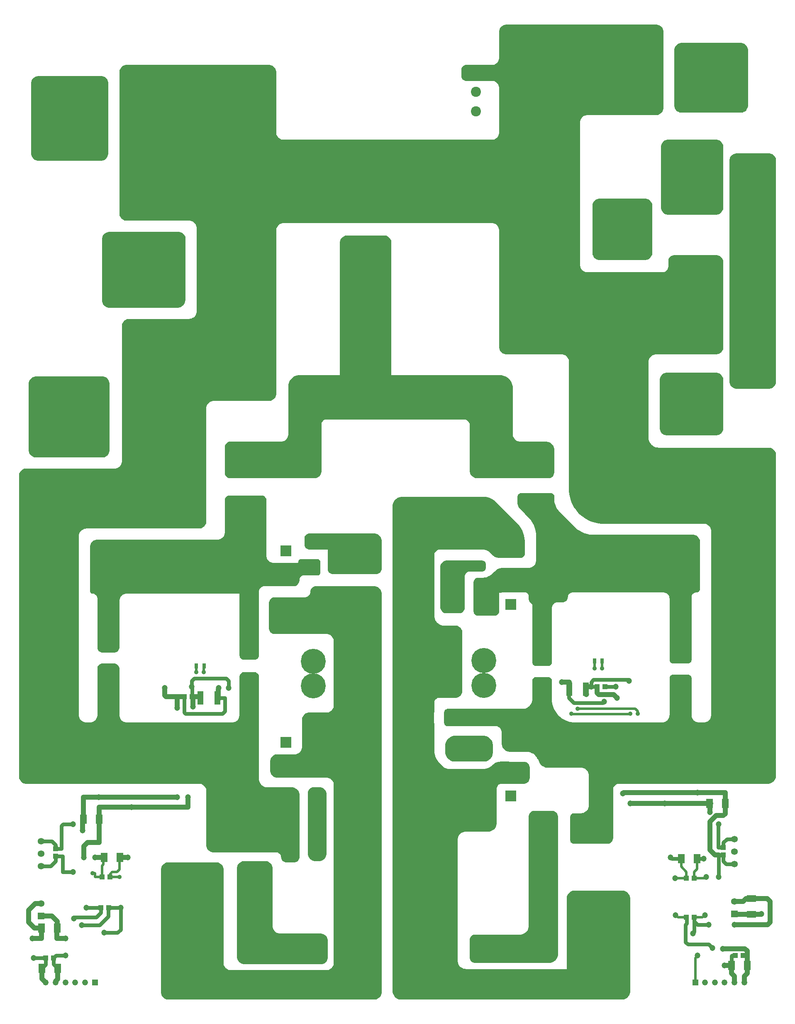
<source format=gbl>
G04 Layer_Physical_Order=2*
G04 Layer_Color=16711680*
%FSLAX24Y24*%
%MOIN*%
G70*
G01*
G75*
%ADD18R,0.0394X0.0433*%
%ADD19R,0.0433X0.0394*%
%ADD20R,0.0453X0.1102*%
%ADD26C,0.0197*%
%ADD27C,0.0295*%
%ADD28C,0.0394*%
%ADD29C,0.0810*%
%ADD31C,0.0535*%
%ADD32R,0.0535X0.0535*%
%ADD33C,0.0984*%
%ADD34R,0.0984X0.0984*%
%ADD35C,0.0480*%
%ADD36R,0.0480X0.0480*%
%ADD37R,0.0906X0.0906*%
%ADD38C,0.0906*%
%ADD39R,0.1378X0.1378*%
%ADD40C,0.1378*%
%ADD41C,0.2008*%
%ADD42C,0.0800*%
%ADD43C,0.0950*%
%ADD44C,0.0354*%
%ADD45C,0.0472*%
%ADD46R,0.1240X0.0965*%
%ADD47R,0.0965X0.1240*%
%ADD48R,0.0571X0.0748*%
%ADD49R,0.0748X0.0571*%
%ADD50R,0.0591X0.0945*%
%ADD51R,0.0945X0.0591*%
%ADD52R,0.1378X0.0413*%
%ADD53R,0.2126X0.0413*%
%ADD54R,0.0413X0.2126*%
%ADD55R,0.0315X0.0413*%
%ADD56R,0.1311X0.0484*%
%ADD57R,0.0484X0.1311*%
G36*
X25394Y40354D02*
X29134Y40354D01*
X29192D01*
X29306Y40332D01*
X29414Y40287D01*
X29510Y40222D01*
X29593Y40140D01*
X29657Y40044D01*
X29702Y39936D01*
X29724Y39822D01*
X29724Y39764D01*
X29724D01*
X29724Y37500D01*
X29724Y37461D01*
X29709Y37385D01*
X29680Y37314D01*
X29637Y37249D01*
X29582Y37194D01*
X29517Y37151D01*
X29446Y37121D01*
X29380Y37108D01*
X29331Y37106D01*
X25787Y37106D01*
X25749Y37106D01*
X25673Y37121D01*
X25601Y37151D01*
X25536Y37194D01*
X25482Y37249D01*
X25439Y37314D01*
X25409Y37385D01*
X25394Y37461D01*
Y37500D01*
X25394Y37500D01*
X25394Y39075D01*
X23917Y39075D01*
X23879Y39075D01*
X23802Y39090D01*
X23731Y39120D01*
X23666Y39163D01*
X23612Y39218D01*
X23568Y39282D01*
X23539Y39354D01*
X23524Y39430D01*
Y39469D01*
X23524Y39469D01*
X23524Y39961D01*
X23524Y39999D01*
X23539Y40075D01*
X23568Y40147D01*
X23612Y40212D01*
X23666Y40266D01*
X23731Y40310D01*
X23802Y40339D01*
X23879Y40354D01*
X23917Y40354D01*
X23917Y40354D01*
X25394Y40354D01*
D02*
G37*
G36*
X37795Y38189D02*
X37795Y38189D01*
X37795D01*
X37841Y38186D01*
X37881Y38178D01*
X37935Y38155D01*
X37984Y38123D01*
X38025Y38082D01*
X38057Y38034D01*
X38079Y37980D01*
X38091Y37923D01*
X38091Y37894D01*
X38091Y37598D01*
X38091Y37598D01*
Y37569D01*
X38079Y37512D01*
X38057Y37459D01*
X38025Y37410D01*
X37984Y37369D01*
X37935Y37337D01*
X37881Y37315D01*
X37824Y37303D01*
X36811Y37303D01*
X36811Y37303D01*
X36772Y37301D01*
X36697Y37286D01*
X36625Y37257D01*
X36561Y37214D01*
X36507Y37159D01*
X36464Y37095D01*
X36434Y37024D01*
X36419Y36948D01*
X36417Y36909D01*
X36417Y34449D01*
X36417Y34449D01*
X36417Y34400D01*
X36398Y34305D01*
X36361Y34216D01*
X36307Y34135D01*
X36239Y34067D01*
X36158Y34013D01*
X36069Y33976D01*
X35974Y33957D01*
X34892Y33957D01*
X34797Y33976D01*
X34708Y34013D01*
X34627Y34067D01*
X34559Y34135D01*
X34505Y34216D01*
X34468Y34305D01*
X34449Y34400D01*
X34449Y34449D01*
Y37697D01*
X34449Y37745D01*
X34468Y37840D01*
X34505Y37930D01*
X34559Y38011D01*
X34627Y38079D01*
X34708Y38133D01*
X34797Y38170D01*
X34892Y38189D01*
X34941Y38189D01*
X37795Y38189D01*
X37795Y38189D01*
D02*
G37*
G36*
X38114Y43294D02*
X38248Y43267D01*
X38378Y43228D01*
X38503Y43176D01*
X38623Y43112D01*
X38737Y43036D01*
X38842Y42950D01*
X38890Y42901D01*
X38890Y42901D01*
X38890Y42901D01*
X40597Y41194D01*
X40673Y41118D01*
X40810Y40951D01*
X40930Y40772D01*
X41032Y40582D01*
X41114Y40382D01*
X41177Y40176D01*
X41219Y39964D01*
X41240Y39749D01*
X41240Y39641D01*
X41240Y39641D01*
X41240Y39641D01*
X41240Y38780D01*
X41240Y38741D01*
X41225Y38665D01*
X41195Y38593D01*
X41152Y38529D01*
X41097Y38474D01*
X41033Y38431D01*
X40961Y38401D01*
X40904Y38390D01*
X39483Y38390D01*
X39386Y38390D01*
X39386Y38390D01*
X39386Y38390D01*
X39347Y38386D01*
X39214D01*
X39134Y38386D01*
X38977Y38417D01*
X38830Y38478D01*
X38697Y38567D01*
X38640Y38623D01*
X38640Y38623D01*
X38427Y38837D01*
X38368Y38891D01*
X38235Y38979D01*
X38088Y39040D01*
X37932Y39071D01*
X37853Y39075D01*
X37853Y39075D01*
X37853Y39075D01*
X34449Y39075D01*
X34401Y39072D01*
X34306Y39054D01*
X34217Y39017D01*
X34137Y38963D01*
X34068Y38895D01*
X34015Y38815D01*
X33978Y38726D01*
X33959Y38631D01*
X33957Y38583D01*
Y33760D01*
X33960Y33683D01*
X33991Y33531D01*
X34050Y33389D01*
X34135Y33260D01*
X34245Y33151D01*
X34373Y33065D01*
X34516Y33006D01*
X34667Y32976D01*
X34744Y32972D01*
X35630Y32972D01*
X35688Y32972D01*
X35802Y32950D01*
X35910Y32905D01*
X36006Y32841D01*
X36089Y32758D01*
X36153Y32662D01*
X36198Y32554D01*
X36220Y32440D01*
X36220Y32382D01*
X36220Y32382D01*
X36220Y32382D01*
X36220Y27756D01*
Y27698D01*
X36198Y27584D01*
X36153Y27476D01*
X36089Y27379D01*
X36006Y27297D01*
X35910Y27233D01*
X35802Y27188D01*
X35688Y27165D01*
X35630D01*
X34350Y27165D01*
X34312Y27163D01*
X34236Y27148D01*
X34165Y27119D01*
X34101Y27076D01*
X34046Y27021D01*
X34003Y26957D01*
X33974Y26886D01*
X33961Y26820D01*
X33959Y26810D01*
X33957Y26772D01*
X33957D01*
X33957Y26772D01*
X33957Y26064D01*
X33955Y26046D01*
X33956Y26017D01*
X33953Y25987D01*
X33953Y25987D01*
X33953Y25985D01*
X33953Y25984D01*
X33953Y25168D01*
X33957Y25129D01*
X33957Y22947D01*
X33958Y22883D01*
X33970Y22754D01*
X33994Y22627D01*
X34029Y22503D01*
X34076Y22383D01*
X34134Y22267D01*
X34202Y22158D01*
X34280Y22055D01*
X34322Y22006D01*
X34322Y22006D01*
X34322Y22006D01*
X34597Y21706D01*
X34654Y21650D01*
X34783Y21558D01*
X34929Y21494D01*
X35085Y21461D01*
X35165Y21457D01*
X37887Y21457D01*
X37982Y21461D01*
X38168Y21498D01*
X38343Y21571D01*
X38500Y21676D01*
X38571Y21740D01*
X38571Y21740D01*
X38607Y21776D01*
X38687Y21842D01*
X38773Y21899D01*
X38863Y21948D01*
X38959Y21987D01*
X39057Y22017D01*
X39158Y22037D01*
X39261Y22047D01*
X39312Y22047D01*
X39312Y22047D01*
X39952Y22047D01*
X39991Y22043D01*
X39991Y22043D01*
X39991Y22043D01*
X40059Y22043D01*
X40059Y22043D01*
X40059Y22043D01*
X41209Y22043D01*
X41285Y22028D01*
X41375Y21991D01*
X41455Y21937D01*
X41524Y21869D01*
X41578Y21788D01*
X41615Y21699D01*
X41634Y21604D01*
X41634Y21555D01*
X41634Y21555D01*
X41634Y21555D01*
X41634Y20768D01*
X41634Y20719D01*
X41615Y20624D01*
X41578Y20535D01*
X41524Y20454D01*
X41455Y20385D01*
X41375Y20332D01*
X41285Y20294D01*
X41190Y20276D01*
X41142Y20276D01*
X39370D01*
X39332Y20274D01*
X39256Y20259D01*
X39185Y20229D01*
X39180Y20226D01*
X39173D01*
Y20222D01*
X39120Y20186D01*
X39066Y20132D01*
X39023Y20067D01*
X38993Y19996D01*
X38980Y19930D01*
X38978Y19920D01*
X38976Y19882D01*
X38976D01*
Y19882D01*
X38976Y19832D01*
X38976Y17126D01*
X38976Y17058D01*
X38950Y16925D01*
X38898Y16800D01*
X38823Y16687D01*
X38727Y16591D01*
X38614Y16515D01*
X38488Y16463D01*
X38355Y16437D01*
X38287Y16437D01*
X38287Y16437D01*
X38287Y16437D01*
X36516Y16437D01*
X36448Y16434D01*
X36316Y16407D01*
X36191Y16356D01*
X36079Y16281D01*
X35983Y16185D01*
X35908Y16073D01*
X35856Y15948D01*
X35830Y15816D01*
X35827Y15748D01*
X35827D01*
X35827Y15748D01*
X35827Y6102D01*
X35830Y6035D01*
X35856Y5902D01*
X35908Y5778D01*
X35983Y5665D01*
X36079Y5570D01*
X36191Y5495D01*
X36316Y5443D01*
X36448Y5417D01*
X36516Y5413D01*
X36516Y5413D01*
X44587Y5413D01*
X44587Y11024D01*
X44587Y11091D01*
X44613Y11225D01*
X44665Y11350D01*
X44740Y11463D01*
X44836Y11559D01*
X44949Y11634D01*
X45075Y11686D01*
X45208Y11713D01*
X45276Y11713D01*
X45276Y11713D01*
X49016Y11713D01*
X49083Y11713D01*
X49217Y11686D01*
X49342Y11634D01*
X49455Y11559D01*
X49551Y11463D01*
X49626Y11350D01*
X49678Y11224D01*
X49705Y11091D01*
X49705Y11023D01*
X49705Y11023D01*
X49705Y11023D01*
X49705Y5413D01*
X49705Y3642D01*
X49705Y3574D01*
X49678Y3441D01*
X49626Y3315D01*
X49551Y3203D01*
X49455Y3107D01*
X49342Y3031D01*
X49217Y2979D01*
X49084Y2953D01*
X49016Y2953D01*
X31299Y2953D01*
X31231Y2953D01*
X31098Y2979D01*
X30973Y3031D01*
X30860Y3107D01*
X30764Y3203D01*
X30689Y3315D01*
X30637Y3441D01*
X30610Y3574D01*
X30610Y3642D01*
X30610Y3642D01*
X30610Y19291D01*
X30610Y42520D01*
Y42597D01*
X30640Y42749D01*
X30700Y42893D01*
X30786Y43022D01*
X30896Y43131D01*
X31025Y43217D01*
X31168Y43277D01*
X31320Y43307D01*
X31398Y43307D01*
X31398Y43307D01*
X37911Y43307D01*
X37979Y43307D01*
X38114Y43294D01*
D02*
G37*
G36*
X43307Y43602D02*
X43307Y43602D01*
X43307D01*
X43353Y43599D01*
X43393Y43591D01*
X43447Y43569D01*
X43495Y43536D01*
X43536Y43495D01*
X43569Y43447D01*
X43591Y43393D01*
X43602Y43336D01*
X43602Y43307D01*
X43602Y43127D01*
X43604Y43055D01*
X43618Y42912D01*
X43646Y42771D01*
X43688Y42633D01*
X43743Y42500D01*
X43811Y42373D01*
X43891Y42254D01*
X43982Y42142D01*
X44032Y42090D01*
X45252Y40870D01*
Y40870D01*
X45326Y40799D01*
X45485Y40669D01*
X45657Y40554D01*
X45838Y40457D01*
X46028Y40379D01*
X46225Y40319D01*
X46427Y40279D01*
X46632Y40258D01*
X46735Y40256D01*
X54724Y40256D01*
X54724Y40256D01*
X54724Y40256D01*
X54783Y40256D01*
X54897Y40233D01*
X55004Y40189D01*
X55101Y40124D01*
X55183Y40042D01*
X55248Y39945D01*
X55292Y39838D01*
X55315Y39724D01*
X55315Y39665D01*
X55315Y35925D01*
X55315Y35925D01*
Y35896D01*
X55304Y35839D01*
X55281Y35785D01*
X55249Y35737D01*
X55208Y35696D01*
X55160Y35664D01*
X55106Y35641D01*
X55049Y35630D01*
X55020D01*
Y35630D01*
X54981Y35628D01*
X54905Y35613D01*
X54834Y35583D01*
X54770Y35541D01*
X54715Y35486D01*
X54672Y35422D01*
X54643Y35350D01*
X54628Y35275D01*
X54626Y35236D01*
X54626Y30217D01*
X54626Y30217D01*
Y30187D01*
X54615Y30130D01*
X54592Y30077D01*
X54560Y30028D01*
X54519Y29987D01*
X54471Y29955D01*
X54417Y29933D01*
X54360Y29921D01*
X53150Y29921D01*
X53121Y29921D01*
X53063Y29933D01*
X53010Y29955D01*
X52961Y29987D01*
X52920Y30028D01*
X52888Y30077D01*
X52866Y30130D01*
X52854Y30187D01*
X52854Y30217D01*
X52854Y35138D01*
X52854D01*
X52854Y35138D01*
X52852Y35186D01*
X52833Y35281D01*
X52796Y35370D01*
X52743Y35450D01*
X52674Y35518D01*
X52594Y35572D01*
X52505Y35609D01*
X52410Y35628D01*
X52362Y35630D01*
X45079Y35630D01*
X45079Y35630D01*
X45040Y35628D01*
X44964Y35613D01*
X44893Y35583D01*
X44829Y35541D01*
X44774Y35486D01*
X44732Y35422D01*
X44702Y35350D01*
X44687Y35275D01*
X44685Y35236D01*
X44685D01*
X44685Y35197D01*
X44670Y35121D01*
X44640Y35050D01*
X44597Y34985D01*
X44542Y34930D01*
X44478Y34887D01*
X44406Y34858D01*
X44330Y34843D01*
X44291Y34843D01*
X43898Y34843D01*
X43898Y34843D01*
X43849Y34840D01*
X43755Y34821D01*
X43666Y34784D01*
X43585Y34731D01*
X43517Y34663D01*
X43464Y34582D01*
X43427Y34493D01*
X43408Y34399D01*
X43406Y34350D01*
X43406Y30020D01*
X43406Y30020D01*
X43406Y29991D01*
X43394Y29934D01*
X43372Y29880D01*
X43340Y29831D01*
X43298Y29790D01*
X43250Y29758D01*
X43196Y29736D01*
X43139Y29724D01*
X43110Y29724D01*
X42126Y29724D01*
X42098Y29724D01*
X42044Y29735D01*
X41993Y29756D01*
X41947Y29787D01*
X41907Y29826D01*
X41877Y29873D01*
X41855Y29924D01*
X41845Y29978D01*
X41845Y30006D01*
X41845Y34533D01*
X41845D01*
X41845Y34533D01*
X41845Y34533D01*
X41842Y34570D01*
X41840Y34579D01*
X41825Y34642D01*
X41791Y34707D01*
X41743Y34763D01*
X41714Y34786D01*
X41673Y34815D01*
X41606Y34892D01*
X41559Y34982D01*
X41535Y35081D01*
X41535Y35131D01*
X41535Y35335D01*
X41535D01*
X41535Y35335D01*
X41535Y35335D01*
X41534Y35364D01*
X41531Y35381D01*
X41523Y35420D01*
X41501Y35474D01*
X41468Y35522D01*
X41427Y35563D01*
X41379Y35595D01*
X41326Y35617D01*
X41269Y35628D01*
X41240Y35630D01*
X39469Y35630D01*
X39468Y35630D01*
X39440Y35628D01*
X39383Y35617D01*
X39329Y35595D01*
X39308Y35581D01*
X39173D01*
Y34154D01*
X39173Y34154D01*
Y34115D01*
X39158Y34039D01*
X39128Y33967D01*
X39085Y33903D01*
X39030Y33848D01*
X38966Y33805D01*
X38894Y33775D01*
X38818Y33760D01*
X38484Y33760D01*
X37500Y33760D01*
X37500Y33760D01*
X37461Y33760D01*
X37385Y33775D01*
X37314Y33805D01*
X37249Y33848D01*
X37194Y33903D01*
X37151Y33967D01*
X37121Y34039D01*
X37106Y34115D01*
X37106Y34154D01*
X37106Y35827D01*
X37106Y36417D01*
X37106Y36417D01*
X37108Y36466D01*
X37121Y36532D01*
X37151Y36604D01*
X37194Y36668D01*
X37249Y36723D01*
X37314Y36766D01*
X37385Y36796D01*
X37461Y36811D01*
X37500Y36811D01*
X37765Y36811D01*
X37812Y36811D01*
X37812Y36811D01*
X37812Y36811D01*
X37868Y36812D01*
X37980Y36823D01*
X38091Y36845D01*
X38199Y36878D01*
X38303Y36921D01*
X38402Y36974D01*
X38423Y36988D01*
X38431D01*
Y36994D01*
X38496Y37037D01*
X38583Y37108D01*
X38623Y37147D01*
X38787Y37310D01*
X38855Y37379D01*
X39016Y37486D01*
X39195Y37561D01*
X39386Y37598D01*
X39482Y37598D01*
X41488Y37598D01*
X41535Y37598D01*
X41535Y37598D01*
X41535Y37598D01*
X41593Y37601D01*
X41707Y37624D01*
X41814Y37668D01*
X41910Y37732D01*
X41992Y37814D01*
X42056Y37911D01*
X42101Y38018D01*
X42123Y38131D01*
X42126Y38189D01*
X42126Y40232D01*
X42126D01*
X42126Y40232D01*
X42124Y40328D01*
X42105Y40519D01*
X42067Y40708D01*
X42012Y40892D01*
X41938Y41069D01*
X41847Y41239D01*
X41741Y41399D01*
X41619Y41547D01*
X41552Y41617D01*
X41240Y41929D01*
X40887Y42282D01*
X40887D01*
X40831Y42339D01*
X40742Y42471D01*
X40681Y42619D01*
X40650Y42776D01*
X40650Y42856D01*
X40650Y43307D01*
X40650Y43307D01*
X40653Y43355D01*
X40661Y43393D01*
X40683Y43447D01*
X40716Y43495D01*
X40757Y43536D01*
X40805Y43569D01*
X40859Y43591D01*
X40916Y43602D01*
X40945Y43602D01*
X43307Y43602D01*
X43307Y43602D01*
D02*
G37*
G36*
X20079Y43406D02*
X20118Y43406D01*
X20194Y43390D01*
X20265Y43361D01*
X20330Y43318D01*
X20385Y43263D01*
X20428Y43198D01*
X20457Y43127D01*
X20471Y43059D01*
X20472Y43012D01*
Y43012D01*
X20472Y43012D01*
X20472Y43012D01*
X20472Y40650D01*
Y38583D01*
X20475Y38525D01*
X20498Y38411D01*
X20542Y38304D01*
X20606Y38208D01*
X20688Y38126D01*
X20785Y38062D01*
X20892Y38018D01*
X21005Y37995D01*
X21063Y37992D01*
X22933Y37992D01*
X22952Y37994D01*
X22988Y38009D01*
X23015Y38036D01*
X23030Y38071D01*
X23031Y38091D01*
X23031Y38091D01*
X23031Y38130D01*
X23061Y38202D01*
X23117Y38257D01*
X23189Y38287D01*
X23228Y38287D01*
X23228Y38287D01*
X24606Y38287D01*
X24646Y38287D01*
X24718Y38257D01*
X24773Y38202D01*
X24800Y38138D01*
X24803Y38091D01*
Y38090D01*
X24803Y38090D01*
X24803Y38090D01*
X24803Y37205D01*
X24803Y37166D01*
X24773Y37093D01*
X24718Y37038D01*
X24655Y37012D01*
X24606Y37008D01*
X24556Y37008D01*
X23819Y37008D01*
X23523Y37008D01*
X23485Y37006D01*
X23409Y36991D01*
X23338Y36961D01*
X23274Y36919D01*
X23219Y36864D01*
X23176Y36800D01*
X23147Y36728D01*
X23133Y36661D01*
X23132Y36653D01*
X23130Y36614D01*
X23130Y36614D01*
X23130Y36614D01*
X23130Y36614D01*
X23130Y36566D01*
X23111Y36471D01*
X23074Y36381D01*
X23020Y36300D01*
X22952Y36232D01*
X22871Y36178D01*
X22781Y36141D01*
X22686Y36122D01*
X22638Y36122D01*
X20276Y36122D01*
X20237Y36120D01*
X20161Y36105D01*
X20090Y36076D01*
X20026Y36033D01*
X19971Y35978D01*
X19928Y35914D01*
X19899Y35843D01*
X19886Y35777D01*
X19884Y35767D01*
X19882Y35728D01*
X19882Y35728D01*
X19882Y35728D01*
X19882Y30610D01*
X19882Y30571D01*
X19867Y30495D01*
X19837Y30424D01*
X19794Y30359D01*
X19739Y30304D01*
X19675Y30261D01*
X19603Y30232D01*
X19537Y30219D01*
X19488Y30217D01*
Y30217D01*
X18701Y30217D01*
X18662Y30217D01*
X18586Y30232D01*
X18514Y30261D01*
X18450Y30304D01*
X18395Y30359D01*
X18352Y30424D01*
X18322Y30495D01*
X18307Y30571D01*
X18307Y30610D01*
X18307Y35531D01*
X9252D01*
X9194Y35529D01*
X9081Y35506D01*
X8974Y35462D01*
X8877Y35397D01*
X8795Y35316D01*
X8731Y35219D01*
X8687Y35112D01*
X8664Y34999D01*
X8661Y34941D01*
X8661Y34941D01*
X8661Y34941D01*
X8661Y31201D01*
X8661Y31162D01*
X8646Y31086D01*
X8617Y31014D01*
X8574Y30950D01*
X8519Y30895D01*
X8454Y30852D01*
X8383Y30822D01*
X8317Y30809D01*
X8268Y30807D01*
Y30807D01*
X7283Y30807D01*
X7245Y30807D01*
X7169Y30822D01*
X7097Y30852D01*
X7032Y30895D01*
X6978Y30950D01*
X6935Y31014D01*
X6905Y31086D01*
X6890Y31162D01*
X6890Y31201D01*
Y35138D01*
X6888Y35176D01*
X6873Y35252D01*
X6843Y35323D01*
X6800Y35388D01*
X6746Y35442D01*
X6682Y35485D01*
X6610Y35515D01*
X6542Y35528D01*
X6535Y35530D01*
X6496Y35531D01*
X6496Y35531D01*
X6496Y35531D01*
X6496Y35531D01*
X6496D01*
X6450Y35534D01*
X6385Y35561D01*
X6329Y35617D01*
X6299Y35689D01*
Y35728D01*
X6299Y39272D01*
X6299Y39330D01*
X6322Y39444D01*
X6366Y39551D01*
X6431Y39648D01*
X6513Y39730D01*
X6610Y39795D01*
X6718Y39840D01*
X6832Y39862D01*
X6890Y39862D01*
Y39862D01*
X16535Y39862D01*
X16593Y39865D01*
X16707Y39888D01*
X16814Y39932D01*
X16910Y39996D01*
X16992Y40078D01*
X17056Y40174D01*
X17101Y40281D01*
X17123Y40395D01*
X17126Y40453D01*
X17126Y40453D01*
X17126Y40846D01*
X17126Y41240D01*
X17126Y43012D01*
X17126Y43051D01*
X17141Y43127D01*
X17171Y43198D01*
X17214Y43263D01*
X17269Y43318D01*
X17333Y43361D01*
X17405Y43390D01*
X17481Y43406D01*
X17520Y43406D01*
X17520Y43406D01*
X20079Y43406D01*
D02*
G37*
G36*
X43549Y18091D02*
X43639Y18054D01*
X43719Y18000D01*
X43788Y17932D01*
X43842Y17851D01*
X43879Y17762D01*
X43898Y17667D01*
X43898Y17618D01*
X43898Y17618D01*
X43898Y17618D01*
X43898Y6594D01*
X43898Y6527D01*
X43871Y6394D01*
X43819Y6268D01*
X43744Y6155D01*
X43648Y6059D01*
X43535Y5984D01*
X43410Y5932D01*
X43277Y5906D01*
X43209Y5906D01*
X43209Y5906D01*
X43209Y5906D01*
X37205Y5906D01*
X37166Y5906D01*
X37090Y5921D01*
X37018Y5950D01*
X36954Y5993D01*
X36899Y6048D01*
X36856Y6113D01*
X36826Y6184D01*
X36811Y6260D01*
X36811Y6299D01*
Y7814D01*
X36826Y7890D01*
X36856Y7962D01*
X36899Y8027D01*
X36954Y8081D01*
X37018Y8124D01*
X37090Y8154D01*
X37166Y8169D01*
X37205D01*
X37205Y8169D01*
X40846Y8169D01*
X40914Y8173D01*
X41046Y8199D01*
X41171Y8251D01*
X41284Y8326D01*
X41379Y8421D01*
X41454Y8533D01*
X41506Y8658D01*
X41532Y8791D01*
X41535Y8858D01*
X41535Y8858D01*
X41535Y17618D01*
X41535Y17667D01*
X41554Y17762D01*
X41591Y17851D01*
X41645Y17932D01*
X41714Y18000D01*
X41794Y18054D01*
X41884Y18091D01*
X41979Y18110D01*
X42028Y18110D01*
X42028Y18110D01*
X43406Y18110D01*
X43454Y18110D01*
X43549Y18091D01*
D02*
G37*
G36*
X20374Y14075D02*
X20432D01*
X20546Y14052D01*
X20654Y14008D01*
X20750Y13943D01*
X20833Y13861D01*
X20897Y13764D01*
X20942Y13657D01*
X20965Y13542D01*
Y13484D01*
X20965Y8858D01*
X20965D01*
X20967Y8800D01*
X20990Y8687D01*
X21034Y8580D01*
X21099Y8484D01*
X21180Y8402D01*
X21277Y8337D01*
X21384Y8293D01*
X21497Y8271D01*
X21555Y8268D01*
X24803Y8268D01*
X24803Y8268D01*
X24803Y8268D01*
X24861Y8268D01*
X24975Y8245D01*
X25083Y8201D01*
X25180Y8136D01*
X25262Y8054D01*
X25326Y7957D01*
X25371Y7849D01*
X25394Y7735D01*
Y7677D01*
X25394Y6299D01*
X25394Y6299D01*
X25394Y6251D01*
X25375Y6156D01*
X25338Y6066D01*
X25284Y5986D01*
X25215Y5917D01*
X25135Y5863D01*
X25045Y5826D01*
X24950Y5807D01*
X24902Y5807D01*
X18701Y5807D01*
X18643Y5807D01*
X18529Y5830D01*
X18421Y5874D01*
X18324Y5939D01*
X18242Y6021D01*
X18177Y6118D01*
X18133Y6225D01*
X18110Y6339D01*
Y6398D01*
X18110Y13484D01*
X18110Y13484D01*
X18110Y13484D01*
X18110Y13542D01*
X18133Y13657D01*
X18177Y13764D01*
X18242Y13861D01*
X18324Y13943D01*
X18421Y14008D01*
X18529Y14052D01*
X18643Y14075D01*
X18701Y14075D01*
X20374Y14075D01*
Y14075D01*
D02*
G37*
G36*
X24803Y19980D02*
X24852Y19980D01*
X24947Y19961D01*
X25036Y19924D01*
X25117Y19870D01*
X25185Y19802D01*
X25239Y19721D01*
X25276Y19632D01*
X25295Y19537D01*
X25295Y19488D01*
X25295D01*
X25295Y19488D01*
X25295Y14665D01*
X25295Y14607D01*
X25273Y14493D01*
X25228Y14386D01*
X25163Y14289D01*
X25081Y14207D01*
X24984Y14142D01*
X24877Y14097D01*
X24763Y14075D01*
X24705Y14075D01*
X24409Y14075D01*
X24351Y14075D01*
X24237Y14097D01*
X24130Y14142D01*
X24033Y14207D01*
X23951Y14289D01*
X23886Y14386D01*
X23842Y14493D01*
X23819Y14607D01*
X23819Y14665D01*
X23819Y19587D01*
Y19625D01*
X23834Y19701D01*
X23864Y19773D01*
X23907Y19838D01*
X23962Y19892D01*
X24026Y19935D01*
X24098Y19965D01*
X24174Y19980D01*
X24213Y19980D01*
X24213Y19980D01*
X24803Y19980D01*
D02*
G37*
G36*
X29306Y36099D02*
X29414Y36055D01*
X29510Y35990D01*
X29593Y35908D01*
X29657Y35811D01*
X29702Y35704D01*
X29724Y35590D01*
X29724Y35531D01*
X29724D01*
X29724Y35531D01*
X29724Y20768D01*
X29724Y3543D01*
X29724Y3485D01*
X29702Y3371D01*
X29657Y3263D01*
X29593Y3167D01*
X29510Y3084D01*
X29414Y3020D01*
X29306Y2975D01*
X29192Y2953D01*
X29134Y2953D01*
X25886Y2953D01*
X12598Y2953D01*
X12540D01*
X12426Y2975D01*
X12319Y3020D01*
X12222Y3085D01*
X12140Y3167D01*
X12075Y3264D01*
X12031Y3371D01*
X12008Y3485D01*
X12008Y3543D01*
Y13386D01*
Y13444D01*
X12031Y13558D01*
X12075Y13666D01*
X12140Y13762D01*
X12222Y13845D01*
X12319Y13909D01*
X12426Y13954D01*
X12540Y13976D01*
X12598D01*
X12598Y13976D01*
X16143Y13976D01*
X16182Y13973D01*
X16182Y13973D01*
X16182Y13973D01*
X16240Y13973D01*
X16514D01*
X16609Y13954D01*
X16717Y13909D01*
X16813Y13845D01*
X16896Y13762D01*
X16960Y13666D01*
X17005Y13558D01*
X17028Y13444D01*
X17028Y13386D01*
X17028D01*
X17028Y13386D01*
Y5906D01*
X17030Y5848D01*
X17053Y5734D01*
X17097Y5627D01*
X17162Y5531D01*
X17243Y5449D01*
X17340Y5385D01*
X17447Y5340D01*
X17560Y5318D01*
X17618Y5315D01*
X17618Y5315D01*
X25295Y5315D01*
X25353Y5318D01*
X25467Y5340D01*
X25574Y5385D01*
X25670Y5449D01*
X25752Y5531D01*
X25816Y5627D01*
X25860Y5734D01*
X25883Y5848D01*
X25886Y5906D01*
X25886Y5906D01*
X25886Y20177D01*
X25883Y20235D01*
X25860Y20349D01*
X25816Y20456D01*
X25752Y20552D01*
X25670Y20634D01*
X25574Y20698D01*
X25467Y20742D01*
X25353Y20765D01*
X25295Y20768D01*
X25295Y20768D01*
X25295Y20768D01*
X22636Y20768D01*
X22597Y20772D01*
X22597Y20772D01*
X22597Y20772D01*
X22540Y20772D01*
X22540Y20772D01*
X22540Y20772D01*
X22539Y20772D01*
X22539Y20772D01*
X21281Y20772D01*
X21186Y20790D01*
X21079Y20835D01*
X20982Y20900D01*
X20900Y20982D01*
X20835Y21078D01*
X20790Y21186D01*
X20768Y21300D01*
X20768Y21358D01*
Y22047D01*
X20768Y22105D01*
X20790Y22219D01*
X20835Y22327D01*
X20900Y22424D01*
X20982Y22506D01*
X21079Y22571D01*
X21186Y22615D01*
X21300Y22638D01*
X21358Y22638D01*
X21358Y22638D01*
X22736Y22638D01*
X22794Y22641D01*
X22908Y22663D01*
X22918Y22667D01*
X22953D01*
Y22682D01*
X23015Y22708D01*
X23111Y22772D01*
X23193Y22854D01*
X23257Y22950D01*
X23301Y23057D01*
X23324Y23170D01*
X23327Y23228D01*
X23327Y23228D01*
X23327Y25394D01*
X23327Y25452D01*
X23349Y25566D01*
X23394Y25673D01*
X23459Y25770D01*
X23541Y25852D01*
X23638Y25917D01*
X23745Y25962D01*
X23859Y25984D01*
X23917Y25984D01*
X23917Y25984D01*
X25295Y25984D01*
X25353Y25987D01*
X25467Y26010D01*
X25574Y26054D01*
X25670Y26118D01*
X25752Y26200D01*
X25816Y26296D01*
X25860Y26403D01*
X25883Y26517D01*
X25886Y26575D01*
X25886Y26575D01*
X25886Y31693D01*
X25883Y31751D01*
X25861Y31864D01*
X25816Y31971D01*
X25752Y32068D01*
X25670Y32150D01*
X25574Y32214D01*
X25467Y32258D01*
X25353Y32281D01*
X25295Y32283D01*
X25295Y32283D01*
X25295Y32283D01*
X21161Y32283D01*
X21113Y32283D01*
X21018Y32302D01*
X20928Y32339D01*
X20848Y32393D01*
X20779Y32462D01*
X20725Y32542D01*
X20688Y32632D01*
X20673Y32708D01*
X20673Y34812D01*
X20688Y34888D01*
X20725Y34977D01*
X20779Y35058D01*
X20848Y35126D01*
X20928Y35180D01*
X21018Y35217D01*
X21113Y35236D01*
X21161D01*
X21161Y35236D01*
X23524Y35236D01*
X23572Y35239D01*
X23667Y35257D01*
X23756Y35294D01*
X23836Y35348D01*
X23904Y35416D01*
X23958Y35496D01*
X23995Y35585D01*
X24013Y35680D01*
X24016Y35728D01*
X24016Y35728D01*
X24016Y35767D01*
X24031Y35843D01*
X24061Y35915D01*
X24104Y35979D01*
X24158Y36034D01*
X24223Y36077D01*
X24295Y36107D01*
X24371Y36122D01*
X24409Y36122D01*
X24409Y36122D01*
X29134Y36122D01*
X29192Y36122D01*
X29306Y36099D01*
D02*
G37*
G36*
X38123Y24084D02*
X38267Y24025D01*
X38396Y23938D01*
X38505Y23829D01*
X38591Y23700D01*
X38651Y23556D01*
X38681Y23404D01*
X38681Y23327D01*
X38681Y22835D01*
X38681Y22835D01*
Y22757D01*
X38651Y22605D01*
X38591Y22462D01*
X38505Y22333D01*
X38396Y22223D01*
X38267Y22137D01*
X38123Y22078D01*
X37971Y22047D01*
X35630D01*
X35552Y22047D01*
X35400Y22078D01*
X35257Y22137D01*
X35128Y22223D01*
X35018Y22333D01*
X34932Y22462D01*
X34873Y22605D01*
X34843Y22757D01*
X34843Y22835D01*
Y23327D01*
X34843Y23404D01*
X34873Y23556D01*
X34932Y23700D01*
X35018Y23829D01*
X35128Y23938D01*
X35257Y24025D01*
X35400Y24084D01*
X35552Y24114D01*
X35630Y24114D01*
X37894Y24114D01*
X37894Y24114D01*
X37894Y24114D01*
X37971Y24114D01*
X38123Y24084D01*
D02*
G37*
G36*
X56594Y71949D02*
X56653Y71949D01*
X56767Y71926D01*
X56874Y71882D01*
X56971Y71817D01*
X57053Y71735D01*
X57118Y71638D01*
X57162Y71531D01*
X57185Y71416D01*
X57185Y71358D01*
X57185Y71358D01*
X57185Y71358D01*
X57185Y66535D01*
X57185Y66477D01*
X57162Y66363D01*
X57118Y66256D01*
X57053Y66159D01*
X56971Y66077D01*
X56874Y66012D01*
X56767Y65968D01*
X56653Y65945D01*
X56594Y65945D01*
X56594Y65945D01*
X56594Y65945D01*
X52756Y65945D01*
X52698Y65945D01*
X52584Y65968D01*
X52476Y66012D01*
X52379Y66077D01*
X52297Y66159D01*
X52233Y66256D01*
X52188Y66363D01*
X52165Y66477D01*
Y66535D01*
X52165Y66535D01*
X52165Y71358D01*
Y71416D01*
X52188Y71531D01*
X52233Y71638D01*
X52297Y71735D01*
X52379Y71817D01*
X52476Y71882D01*
X52584Y71926D01*
X52698Y71949D01*
X52756D01*
X52756Y71949D01*
X56594Y71949D01*
D02*
G37*
G36*
X47244Y67224D02*
X50886D01*
X50886Y67224D01*
X50886Y67224D01*
X50944Y67224D01*
X51058Y67202D01*
X51166Y67157D01*
X51262Y67093D01*
X51345Y67010D01*
X51409Y66914D01*
X51454Y66806D01*
X51476Y66692D01*
X51476Y66634D01*
X51476Y62894D01*
X51476D01*
X51476Y62836D01*
X51454Y62721D01*
X51409Y62614D01*
X51345Y62517D01*
X51262Y62435D01*
X51166Y62370D01*
X51058Y62326D01*
X50944Y62303D01*
X50886Y62303D01*
X47244Y62303D01*
X47186D01*
X47072Y62326D01*
X46964Y62370D01*
X46868Y62435D01*
X46785Y62517D01*
X46721Y62614D01*
X46676Y62721D01*
X46654Y62836D01*
Y62894D01*
X46654Y66587D01*
X46654Y66634D01*
X46654Y66634D01*
X46654Y66634D01*
X46654Y66692D01*
X46676Y66806D01*
X46721Y66914D01*
X46785Y67010D01*
X46868Y67093D01*
X46964Y67157D01*
X47072Y67202D01*
X47186Y67224D01*
X47244Y67224D01*
D02*
G37*
G36*
X2165Y77067D02*
X7185Y77067D01*
X7185Y77067D01*
X7185Y77067D01*
X7243Y77067D01*
X7357Y77044D01*
X7465Y77000D01*
X7561Y76935D01*
X7644Y76853D01*
X7708Y76756D01*
X7753Y76649D01*
X7776Y76535D01*
X7776Y76476D01*
X7776Y70866D01*
X7776Y70866D01*
X7776Y70808D01*
X7753Y70694D01*
X7708Y70586D01*
X7644Y70490D01*
X7561Y70407D01*
X7465Y70343D01*
X7357Y70298D01*
X7243Y70276D01*
X7185D01*
X2165Y70276D01*
X2165Y70276D01*
X2107Y70276D01*
X1993Y70298D01*
X1886Y70343D01*
X1789Y70407D01*
X1707Y70490D01*
X1642Y70586D01*
X1597Y70694D01*
X1575Y70808D01*
Y70866D01*
X1575Y76429D01*
X1575Y76476D01*
X1575Y76476D01*
X1575Y76476D01*
X1575Y76535D01*
X1597Y76649D01*
X1642Y76756D01*
X1707Y76853D01*
X1789Y76935D01*
X1886Y77000D01*
X1993Y77044D01*
X2107Y77067D01*
X2165Y77067D01*
D02*
G37*
G36*
X39764Y81201D02*
X40157Y81201D01*
X40354Y81201D01*
X51771Y81201D01*
X51771Y81200D01*
X51771Y81200D01*
X51830Y81201D01*
X51944Y81178D01*
X52051Y81134D01*
X52148Y81069D01*
X52230Y80987D01*
X52295Y80890D01*
X52340Y80783D01*
X52362Y80668D01*
X52362Y80610D01*
X52362Y74508D01*
X52362Y74508D01*
Y74449D01*
X52339Y74335D01*
X52295Y74228D01*
X52230Y74131D01*
X52148Y74049D01*
X52051Y73985D01*
X51944Y73940D01*
X51830Y73917D01*
X51772D01*
X46260Y73917D01*
X46260Y73917D01*
X46202Y73914D01*
X46088Y73892D01*
X45981Y73847D01*
X45885Y73783D01*
X45803Y73701D01*
X45739Y73605D01*
X45695Y73498D01*
X45672Y73385D01*
X45669Y73327D01*
X45669Y61909D01*
X45672Y61851D01*
X45695Y61738D01*
X45739Y61631D01*
X45803Y61535D01*
X45885Y61453D01*
X45981Y61388D01*
X46088Y61344D01*
X46202Y61322D01*
X46260Y61319D01*
X52214Y61319D01*
X52264Y61319D01*
X52264Y61319D01*
Y61319D01*
X52312Y61321D01*
X52407Y61340D01*
X52496Y61377D01*
X52576Y61430D01*
X52644Y61499D01*
X52698Y61579D01*
X52735Y61668D01*
X52754Y61763D01*
X52756Y61811D01*
X52756Y62157D01*
X52756Y62204D01*
X52756Y62204D01*
X52756Y62205D01*
X52756Y62205D01*
X52756Y62253D01*
X52775Y62348D01*
X52812Y62438D01*
X52866Y62518D01*
X52934Y62587D01*
X53015Y62641D01*
X53104Y62678D01*
X53200Y62697D01*
X53248Y62697D01*
X56594Y62697D01*
X56594Y62697D01*
X56594Y62697D01*
X56652Y62697D01*
X56767Y62674D01*
X56874Y62630D01*
X56971Y62565D01*
X57053Y62483D01*
X57118Y62386D01*
X57162Y62279D01*
X57185Y62164D01*
X57185Y62106D01*
X57185Y61319D01*
X57185Y55315D01*
X57185Y55315D01*
Y55257D01*
X57162Y55142D01*
X57118Y55035D01*
X57053Y54938D01*
X56971Y54856D01*
X56874Y54792D01*
X56767Y54747D01*
X56653Y54724D01*
X56594D01*
X51772Y54724D01*
X51771Y54724D01*
X51713Y54721D01*
X51600Y54699D01*
X51493Y54654D01*
X51397Y54590D01*
X51315Y54508D01*
X51251Y54412D01*
X51207Y54305D01*
X51184Y54192D01*
X51181Y54134D01*
X51181Y48031D01*
X51185Y47954D01*
X51215Y47803D01*
X51274Y47660D01*
X51360Y47532D01*
X51469Y47423D01*
X51597Y47337D01*
X51740Y47278D01*
X51891Y47248D01*
X51969Y47244D01*
X60826Y47244D01*
X60827Y47244D01*
X60827Y47244D01*
X60885Y47244D01*
X60999Y47221D01*
X61106Y47177D01*
X61203Y47112D01*
X61285Y47030D01*
X61350Y46933D01*
X61395Y46826D01*
X61417Y46712D01*
X61417Y46654D01*
X61417Y20965D01*
X61417Y20964D01*
Y20896D01*
X61391Y20763D01*
X61339Y20638D01*
X61263Y20525D01*
X61167Y20429D01*
X61055Y20354D01*
X60929Y20302D01*
X60796Y20276D01*
X60728D01*
X48819Y20276D01*
X48819Y20275D01*
X48770Y20273D01*
X48676Y20254D01*
X48587Y20217D01*
X48507Y20164D01*
X48438Y20095D01*
X48385Y20015D01*
X48348Y19926D01*
X48329Y19832D01*
X48327Y19783D01*
X48327Y15945D01*
X48326Y15945D01*
X48326Y15896D01*
X48308Y15801D01*
X48271Y15712D01*
X48217Y15631D01*
X48148Y15563D01*
X48068Y15509D01*
X47978Y15472D01*
X47883Y15453D01*
X47835Y15453D01*
X45177Y15453D01*
X45177Y15453D01*
X45148Y15453D01*
X45091Y15464D01*
X45037Y15486D01*
X44989Y15519D01*
X44948Y15560D01*
X44915Y15608D01*
X44893Y15662D01*
X44882Y15719D01*
X44882Y15748D01*
X44882Y17568D01*
X44882Y17618D01*
X44883Y17638D01*
X44886Y17667D01*
X44893Y17704D01*
X44915Y17758D01*
X44948Y17806D01*
X44989Y17848D01*
X45037Y17880D01*
X45091Y17902D01*
X45148Y17913D01*
X45177Y17913D01*
X45718Y17913D01*
X45718Y17913D01*
X45768Y17913D01*
Y17913D01*
X45825Y17916D01*
X45939Y17939D01*
X46046Y17983D01*
X46142Y18047D01*
X46224Y18129D01*
X46289Y18225D01*
X46333Y18332D01*
X46355Y18446D01*
X46358Y18504D01*
X46358Y20965D01*
X46358Y20965D01*
X46358Y20965D01*
X46355Y21022D01*
X46333Y21136D01*
X46288Y21243D01*
X46224Y21339D01*
X46142Y21421D01*
X46046Y21485D01*
X45939Y21530D01*
X45826Y21552D01*
X45768Y21555D01*
X43110Y21555D01*
X43053Y21555D01*
X42941Y21571D01*
X42833Y21603D01*
X42730Y21651D01*
X42635Y21712D01*
X42549Y21787D01*
X42476Y21873D01*
X42415Y21969D01*
X42392Y22021D01*
X42392D01*
X42391Y22021D01*
X42370Y22068D01*
X42323Y22162D01*
X42274Y22254D01*
X42220Y22344D01*
X42192Y22388D01*
X42192D01*
X42192Y22388D01*
X42157Y22438D01*
X42079Y22531D01*
X41990Y22614D01*
X41891Y22685D01*
X41784Y22743D01*
X41670Y22788D01*
X41552Y22818D01*
X41431Y22833D01*
X41370Y22835D01*
X40059Y22835D01*
X40059Y22835D01*
X39991Y22835D01*
X39858Y22861D01*
X39732Y22913D01*
X39620Y22989D01*
X39524Y23084D01*
X39448Y23197D01*
X39396Y23323D01*
X39370Y23456D01*
X39370Y23524D01*
Y24409D01*
X39370Y24409D01*
X39370Y24409D01*
X39367Y24457D01*
X39349Y24552D01*
X39312Y24641D01*
X39258Y24721D01*
X39190Y24790D01*
X39110Y24843D01*
X39021Y24880D01*
X38926Y24899D01*
X38878Y24902D01*
X35039Y24902D01*
X35010Y24902D01*
X34953Y24913D01*
X34900Y24935D01*
X34851Y24967D01*
X34810Y25009D01*
X34778Y25057D01*
X34755Y25111D01*
X34744Y25168D01*
X34744Y25984D01*
X34744Y25984D01*
X34748Y26033D01*
X34755Y26070D01*
X34778Y26124D01*
X34810Y26172D01*
X34851Y26214D01*
X34899Y26246D01*
X34953Y26268D01*
X35010Y26280D01*
X35039Y26280D01*
X40994Y26280D01*
X40994Y26280D01*
X41043Y26280D01*
Y26280D01*
X41120Y26283D01*
X41272Y26313D01*
X41414Y26372D01*
X41543Y26458D01*
X41652Y26567D01*
X41738Y26696D01*
X41797Y26838D01*
X41827Y26990D01*
X41831Y27067D01*
X41831Y28543D01*
X41831D01*
X41831Y28543D01*
X41835Y28592D01*
X41842Y28629D01*
X41864Y28683D01*
X41896Y28732D01*
X41938Y28773D01*
X41986Y28805D01*
X42040Y28827D01*
X42097Y28839D01*
X42126Y28839D01*
X43110D01*
X43110Y28838D01*
X43110Y28838D01*
X43115Y28838D01*
X43157Y28835D01*
X43196Y28827D01*
X43250Y28805D01*
X43298Y28773D01*
X43340Y28732D01*
X43372Y28683D01*
X43394Y28629D01*
X43406Y28572D01*
X43406Y28543D01*
Y27067D01*
X43410Y26945D01*
X43441Y26702D01*
X43505Y26466D01*
X43598Y26240D01*
X43721Y26028D01*
X43870Y25834D01*
X44043Y25661D01*
X44237Y25512D01*
X44448Y25390D01*
X44674Y25296D01*
X44778Y25268D01*
X44853Y25246D01*
X44869Y25244D01*
X44911Y25233D01*
X45153Y25201D01*
X45276Y25197D01*
X52213Y25197D01*
X52263Y25197D01*
X52264Y25197D01*
Y25197D01*
X52321Y25200D01*
X52435Y25222D01*
X52542Y25266D01*
X52638Y25331D01*
X52720Y25413D01*
X52785Y25509D01*
X52829Y25616D01*
X52852Y25730D01*
X52854Y25787D01*
X52854Y28690D01*
X52854Y28740D01*
X52856Y28760D01*
X52858Y28789D01*
X52866Y28826D01*
X52888Y28880D01*
X52920Y28928D01*
X52961Y28970D01*
X53010Y29002D01*
X53063Y29024D01*
X53120Y29035D01*
X53150Y29035D01*
X54330Y29035D01*
X54330Y29035D01*
X54330Y29035D01*
X54335Y29035D01*
X54377Y29032D01*
X54417Y29024D01*
X54470Y29002D01*
X54519Y28969D01*
X54560Y28928D01*
X54592Y28880D01*
X54615Y28826D01*
X54626Y28769D01*
X54626Y28740D01*
X54626Y25787D01*
X54626Y25787D01*
X54629Y25729D01*
X54651Y25616D01*
X54696Y25509D01*
X54760Y25412D01*
X54842Y25331D01*
X54938Y25266D01*
X55045Y25222D01*
X55159Y25200D01*
X55217Y25197D01*
X55560Y25197D01*
X55610Y25197D01*
X55610Y25197D01*
Y25197D01*
X55668Y25200D01*
X55781Y25222D01*
X55889Y25266D01*
X55985Y25331D01*
X56067Y25413D01*
X56131Y25509D01*
X56175Y25616D01*
X56198Y25729D01*
X56201Y25787D01*
X56201Y40551D01*
X56201Y40551D01*
X56200Y40551D01*
X56198Y40609D01*
X56175Y40722D01*
X56131Y40829D01*
X56067Y40926D01*
X55985Y41008D01*
X55889Y41072D01*
X55782Y41116D01*
X55668Y41139D01*
X55610Y41142D01*
X47539Y41142D01*
X47404D01*
X47134Y41168D01*
X46869Y41221D01*
X46610Y41300D01*
X46360Y41403D01*
X46121Y41531D01*
X45896Y41681D01*
X45686Y41853D01*
X45495Y42045D01*
X45323Y42254D01*
X45173Y42479D01*
X45045Y42718D01*
X44941Y42968D01*
X44863Y43227D01*
X44810Y43493D01*
X44783Y43762D01*
Y43898D01*
X44783Y54134D01*
X44783Y54134D01*
X44783Y54134D01*
X44780Y54191D01*
X44758Y54305D01*
X44714Y54412D01*
X44649Y54508D01*
X44568Y54590D01*
X44471Y54655D01*
X44364Y54699D01*
X44251Y54722D01*
X44193Y54724D01*
X40354Y54724D01*
X39764Y54724D01*
X39706Y54724D01*
X39592Y54747D01*
X39484Y54792D01*
X39387Y54856D01*
X39305Y54938D01*
X39240Y55035D01*
X39196Y55143D01*
X39173Y55257D01*
X39173Y55315D01*
X39173Y64665D01*
X39173D01*
X39173Y64665D01*
X39170Y64723D01*
X39148Y64837D01*
X39104Y64944D01*
X39039Y65040D01*
X38957Y65122D01*
X38861Y65186D01*
X38754Y65230D01*
X38641Y65253D01*
X38583Y65256D01*
X21850Y65256D01*
X21850Y65256D01*
X21793Y65253D01*
X21679Y65230D01*
X21572Y65186D01*
X21476Y65122D01*
X21394Y65040D01*
X21330Y64944D01*
X21285Y64837D01*
X21263Y64723D01*
X21260Y64665D01*
X21260Y51575D01*
X21260Y51575D01*
Y51517D01*
X21237Y51403D01*
X21193Y51295D01*
X21128Y51198D01*
X21046Y51116D01*
X20949Y51051D01*
X20842Y51007D01*
X20727Y50984D01*
X20669D01*
X16240Y50984D01*
X16240Y50984D01*
X16182Y50981D01*
X16069Y50959D01*
X15962Y50915D01*
X15866Y50850D01*
X15784Y50768D01*
X15719Y50672D01*
X15675Y50565D01*
X15652Y50452D01*
X15650Y50394D01*
X15650Y41732D01*
X15650Y41339D01*
X15650Y41339D01*
Y41280D01*
X15627Y41166D01*
X15582Y41059D01*
X15518Y40962D01*
X15436Y40880D01*
X15339Y40815D01*
X15231Y40771D01*
X15117Y40748D01*
X15059Y40748D01*
X6004Y40748D01*
X6004Y40748D01*
X5946Y40745D01*
X5832Y40723D01*
X5726Y40678D01*
X5629Y40614D01*
X5547Y40532D01*
X5483Y40436D01*
X5439Y40329D01*
X5416Y40215D01*
X5413Y40157D01*
X5413Y25787D01*
X5416Y25730D01*
X5439Y25616D01*
X5483Y25509D01*
X5547Y25413D01*
X5629Y25331D01*
X5726Y25267D01*
X5832Y25222D01*
X5946Y25200D01*
X6004Y25197D01*
X6299Y25197D01*
X6357Y25200D01*
X6471Y25222D01*
X6578Y25266D01*
X6674Y25331D01*
X6756Y25413D01*
X6820Y25509D01*
X6864Y25616D01*
X6887Y25730D01*
X6890Y25787D01*
X6890Y29528D01*
X6890Y29528D01*
X6892Y29577D01*
X6905Y29642D01*
X6934Y29714D01*
X6978Y29779D01*
X7032Y29833D01*
X7097Y29877D01*
X7169Y29906D01*
X7245Y29921D01*
X7283Y29921D01*
X8268Y29921D01*
X8268Y29921D01*
X8268Y29921D01*
X8268D01*
X8314Y29920D01*
X8383Y29906D01*
X8454Y29877D01*
X8519Y29833D01*
X8574Y29779D01*
X8617Y29714D01*
X8646Y29642D01*
X8661Y29566D01*
X8661Y29528D01*
X8661Y25787D01*
X8664Y25730D01*
X8687Y25616D01*
X8731Y25509D01*
X8795Y25413D01*
X8877Y25331D01*
X8974Y25267D01*
X9081Y25222D01*
X9194Y25200D01*
X9252Y25197D01*
X17717Y25197D01*
X17774Y25200D01*
X17888Y25222D01*
X17995Y25266D01*
X18091Y25331D01*
X18173Y25413D01*
X18237Y25509D01*
X18282Y25616D01*
X18304Y25729D01*
X18307Y25787D01*
X18307Y28838D01*
X18307Y28838D01*
X18309Y28887D01*
X18322Y28953D01*
X18352Y29025D01*
X18395Y29090D01*
X18450Y29144D01*
X18514Y29188D01*
X18586Y29217D01*
X18662Y29232D01*
X18701Y29232D01*
X19488Y29232D01*
X19488Y29232D01*
X19488Y29232D01*
X19537Y29230D01*
X19603Y29217D01*
X19675Y29188D01*
X19739Y29144D01*
X19794Y29090D01*
X19837Y29025D01*
X19867Y28953D01*
X19882Y28877D01*
X19882Y28839D01*
X19882Y20669D01*
X19885Y20602D01*
X19912Y20469D01*
X19963Y20345D01*
X20038Y20232D01*
X20134Y20137D01*
X20246Y20062D01*
X20371Y20010D01*
X20503Y19984D01*
X20571Y19980D01*
X22539Y19980D01*
X22539Y19980D01*
X22539Y19980D01*
X22598Y19980D01*
X22712Y19958D01*
X22819Y19913D01*
X22916Y19849D01*
X22998Y19766D01*
X23063Y19670D01*
X23107Y19562D01*
X23130Y19448D01*
X23130Y19390D01*
X23130Y15256D01*
Y14764D01*
Y14370D01*
X23130Y14370D01*
X23130Y14331D01*
X23115Y14255D01*
X23085Y14184D01*
X23042Y14119D01*
X22987Y14064D01*
X22923Y14021D01*
X22851Y13992D01*
X22775Y13976D01*
X22736Y13976D01*
X22047Y13976D01*
X22008Y13976D01*
X21932Y13992D01*
X21861Y14021D01*
X21796Y14064D01*
X21741Y14119D01*
X21698Y14184D01*
X21669Y14255D01*
X21654Y14331D01*
X21654Y14370D01*
X21654D01*
X21652Y14409D01*
X21637Y14484D01*
X21607Y14556D01*
X21564Y14620D01*
X21510Y14674D01*
X21445Y14717D01*
X21374Y14747D01*
X21298Y14762D01*
X21260Y14764D01*
X16240Y14764D01*
X16182Y14764D01*
X16068Y14786D01*
X15960Y14831D01*
X15864Y14896D01*
X15781Y14978D01*
X15717Y15075D01*
X15672Y15182D01*
X15650Y15296D01*
X15650Y15354D01*
X15650Y17913D01*
X15650Y19685D01*
X15650Y19685D01*
X15650Y19685D01*
X15647Y19743D01*
X15624Y19856D01*
X15580Y19963D01*
X15516Y20060D01*
X15434Y20142D01*
X15337Y20206D01*
X15231Y20250D01*
X15117Y20273D01*
X15059Y20276D01*
X5413Y20276D01*
X1181Y20276D01*
X1123D01*
X1009Y20298D01*
X901Y20343D01*
X805Y20407D01*
X722Y20490D01*
X658Y20586D01*
X613Y20694D01*
X591Y20808D01*
X591Y20866D01*
X591Y44933D01*
X591Y44980D01*
X591Y44980D01*
X591Y44980D01*
X591Y45038D01*
X613Y45153D01*
X658Y45260D01*
X722Y45357D01*
X805Y45439D01*
X901Y45504D01*
X1009Y45548D01*
X1123Y45571D01*
X1181Y45571D01*
X8219Y45571D01*
X8268Y45571D01*
X8268Y45571D01*
X8326Y45574D01*
X8439Y45596D01*
X8546Y45641D01*
X8642Y45705D01*
X8724Y45787D01*
X8789Y45883D01*
X8833Y45990D01*
X8855Y46104D01*
X8858Y46161D01*
X8858Y46654D01*
X8858Y56941D01*
X8858Y56988D01*
X8858Y56988D01*
X8858Y56988D01*
X8858Y57046D01*
X8881Y57160D01*
X8925Y57268D01*
X8990Y57365D01*
X9072Y57447D01*
X9169Y57512D01*
X9277Y57556D01*
X9391Y57579D01*
X9449Y57579D01*
X14222Y57579D01*
X14223Y57579D01*
X14272Y57579D01*
Y57579D01*
X14330Y57582D01*
X14443Y57604D01*
X14550Y57648D01*
X14646Y57713D01*
X14728Y57795D01*
X14793Y57891D01*
X14837Y57998D01*
X14859Y58111D01*
X14862Y58169D01*
X14862Y64272D01*
X14862Y64862D01*
X14862Y64862D01*
X14862Y64862D01*
X14859Y64920D01*
X14837Y65034D01*
X14792Y65141D01*
X14728Y65237D01*
X14646Y65319D01*
X14550Y65383D01*
X14443Y65427D01*
X14330Y65450D01*
X14272Y65453D01*
X9252Y65453D01*
X9252Y65453D01*
X9194Y65453D01*
X9080Y65475D01*
X8972Y65520D01*
X8875Y65585D01*
X8793Y65667D01*
X8729Y65764D01*
X8684Y65871D01*
X8661Y65985D01*
X8661Y66043D01*
X8661Y66535D01*
X8661Y77362D01*
Y77420D01*
X8684Y77534D01*
X8729Y77642D01*
X8793Y77739D01*
X8876Y77821D01*
X8972Y77886D01*
X9080Y77930D01*
X9194Y77953D01*
X9252D01*
X20669Y77953D01*
X20669Y77953D01*
X20669Y77953D01*
X20727Y77953D01*
X20842Y77930D01*
X20949Y77886D01*
X21046Y77821D01*
X21128Y77739D01*
X21193Y77642D01*
X21237Y77534D01*
X21260Y77420D01*
X21260Y77362D01*
X21260Y72539D01*
X21260Y72539D01*
X21263Y72481D01*
X21285Y72368D01*
X21330Y72261D01*
X21394Y72165D01*
X21476Y72083D01*
X21572Y72019D01*
X21679Y71974D01*
X21793Y71952D01*
X21850Y71949D01*
X38533Y71949D01*
X38533Y71949D01*
X38583Y71949D01*
Y71949D01*
X38641Y71952D01*
X38754Y71974D01*
X38861Y72018D01*
X38957Y72083D01*
X39039Y72165D01*
X39104Y72261D01*
X39148Y72368D01*
X39170Y72481D01*
X39173Y72539D01*
Y76083D01*
X39173Y76083D01*
X39173Y76083D01*
X39170Y76140D01*
X39148Y76254D01*
X39103Y76361D01*
X39039Y76457D01*
X38957Y76539D01*
X38861Y76603D01*
X38754Y76648D01*
X38641Y76670D01*
X38583Y76673D01*
X36516Y76673D01*
X36516Y76673D01*
X36477D01*
X36401Y76688D01*
X36329Y76718D01*
X36265Y76761D01*
X36210Y76816D01*
X36167Y76880D01*
X36137Y76952D01*
X36122Y77028D01*
X36122Y77559D01*
X36122Y77559D01*
X36122Y77569D01*
X36124Y77608D01*
X36137Y77674D01*
X36167Y77746D01*
X36210Y77810D01*
X36265Y77865D01*
X36329Y77908D01*
X36401Y77938D01*
X36477Y77953D01*
X36516Y77953D01*
X38533Y77953D01*
X38533Y77953D01*
X38583Y77953D01*
Y77953D01*
X38641Y77956D01*
X38754Y77978D01*
X38861Y78022D01*
X38957Y78087D01*
X39039Y78169D01*
X39104Y78265D01*
X39148Y78372D01*
X39170Y78485D01*
X39173Y78543D01*
X39173Y80560D01*
X39173Y80610D01*
X39173Y80610D01*
X39173Y80668D01*
X39196Y80782D01*
X39240Y80890D01*
X39305Y80987D01*
X39387Y81069D01*
X39484Y81134D01*
X39591Y81178D01*
X39706Y81201D01*
X39764Y81201D01*
D02*
G37*
G36*
X53839Y79724D02*
X58563Y79724D01*
X58563Y79724D01*
X58563Y79724D01*
X58621Y79724D01*
X58735Y79702D01*
X58843Y79657D01*
X58939Y79593D01*
X59022Y79510D01*
X59086Y79414D01*
X59131Y79306D01*
X59154Y79192D01*
X59154Y79134D01*
X59154Y74705D01*
X59154Y74705D01*
Y74647D01*
X59131Y74532D01*
X59086Y74425D01*
X59022Y74328D01*
X58939Y74246D01*
X58843Y74181D01*
X58735Y74137D01*
X58621Y74114D01*
X58563Y74114D01*
X53839Y74114D01*
X53780Y74114D01*
X53666Y74137D01*
X53559Y74181D01*
X53462Y74246D01*
X53380Y74328D01*
X53315Y74425D01*
X53271Y74532D01*
X53248Y74647D01*
X53248Y74705D01*
X53248Y79087D01*
X53248Y79134D01*
X53248Y79134D01*
X53248Y79134D01*
X53248Y79192D01*
X53271Y79306D01*
X53315Y79414D01*
X53380Y79510D01*
X53462Y79593D01*
X53559Y79657D01*
X53666Y79702D01*
X53780Y79724D01*
X53839Y79724D01*
D02*
G37*
G36*
X60827Y70866D02*
X60827Y70866D01*
Y70866D01*
X60885D01*
X60999Y70843D01*
X61107Y70799D01*
X61203Y70734D01*
X61285Y70652D01*
X61350Y70555D01*
X61395Y70448D01*
X61417Y70334D01*
X61417Y70276D01*
X61417Y52559D01*
X61417Y52559D01*
X61417Y52501D01*
X61395Y52387D01*
X61350Y52279D01*
X61285Y52183D01*
X61203Y52100D01*
X61107Y52036D01*
X60999Y51991D01*
X60885Y51968D01*
X60827Y51968D01*
X58268Y51968D01*
X58268Y51968D01*
X58210Y51968D01*
X58095Y51991D01*
X57988Y52036D01*
X57891Y52100D01*
X57809Y52183D01*
X57744Y52279D01*
X57700Y52387D01*
X57677Y52501D01*
X57677Y52559D01*
X57677Y70276D01*
Y70334D01*
X57700Y70448D01*
X57744Y70555D01*
X57809Y70652D01*
X57891Y70734D01*
X57988Y70799D01*
X58095Y70843D01*
X58210Y70866D01*
X58268D01*
X60827Y70866D01*
D02*
G37*
G36*
X52657Y53248D02*
X56594Y53248D01*
X56594Y53248D01*
X56594Y53248D01*
X56653Y53248D01*
X56767Y53225D01*
X56874Y53181D01*
X56971Y53116D01*
X57053Y53034D01*
X57118Y52937D01*
X57162Y52830D01*
X57185Y52716D01*
X57185Y52657D01*
X57185Y48819D01*
X57185Y48819D01*
Y48761D01*
X57162Y48647D01*
X57118Y48539D01*
X57053Y48442D01*
X56971Y48360D01*
X56874Y48296D01*
X56767Y48251D01*
X56653Y48228D01*
X52657D01*
X52599Y48228D01*
X52485Y48251D01*
X52378Y48296D01*
X52281Y48360D01*
X52199Y48442D01*
X52134Y48539D01*
X52090Y48647D01*
X52067Y48761D01*
X52067Y48819D01*
Y52461D01*
X52067Y52610D01*
X52067Y52657D01*
X52067Y52657D01*
X52067Y52657D01*
X52067Y52657D01*
X52067Y52716D01*
X52090Y52830D01*
X52134Y52937D01*
X52199Y53034D01*
X52281Y53116D01*
X52378Y53181D01*
X52485Y53225D01*
X52599Y53248D01*
X52657Y53248D01*
D02*
G37*
G36*
X7456Y52930D02*
X7563Y52886D01*
X7660Y52821D01*
X7742Y52739D01*
X7807Y52642D01*
X7851Y52534D01*
X7874Y52420D01*
X7874Y52362D01*
X7874Y52362D01*
X7874Y52362D01*
X7874Y47047D01*
X7874Y46989D01*
X7851Y46875D01*
X7807Y46768D01*
X7742Y46671D01*
X7660Y46589D01*
X7563Y46524D01*
X7456Y46479D01*
X7342Y46457D01*
X7283Y46457D01*
X1969Y46457D01*
X1910Y46457D01*
X1796Y46479D01*
X1689Y46524D01*
X1592Y46589D01*
X1510Y46671D01*
X1445Y46768D01*
X1401Y46875D01*
X1378Y46989D01*
Y47047D01*
X1378Y47047D01*
X1378Y52362D01*
X1378Y52420D01*
X1401Y52534D01*
X1445Y52642D01*
X1510Y52739D01*
X1592Y52821D01*
X1689Y52886D01*
X1796Y52930D01*
X1910Y52953D01*
X1968Y52953D01*
X1969Y52953D01*
X7283Y52953D01*
X7342Y52953D01*
X7456Y52930D01*
D02*
G37*
G36*
X13386Y64567D02*
X13386Y64567D01*
X13444Y64567D01*
X13558Y64544D01*
X13666Y64500D01*
X13762Y64435D01*
X13845Y64353D01*
X13909Y64256D01*
X13954Y64149D01*
X13976Y64035D01*
X13976Y63976D01*
X13976Y59154D01*
X13976Y59154D01*
Y59086D01*
X13950Y58953D01*
X13898Y58827D01*
X13823Y58714D01*
X13727Y58618D01*
X13614Y58543D01*
X13488Y58491D01*
X13355Y58465D01*
X13287Y58465D01*
X7874Y58465D01*
X7874Y58465D01*
X7816D01*
X7702Y58487D01*
X7594Y58532D01*
X7498Y58596D01*
X7415Y58679D01*
X7351Y58775D01*
X7306Y58883D01*
X7283Y58997D01*
Y59055D01*
Y63976D01*
X7283Y63976D01*
X7283Y63976D01*
X7283Y64035D01*
X7306Y64149D01*
X7351Y64256D01*
X7415Y64353D01*
X7498Y64435D01*
X7594Y64500D01*
X7702Y64544D01*
X7816Y64567D01*
X7874D01*
X13386Y64567D01*
X13386Y64567D01*
D02*
G37*
G36*
X26969Y64272D02*
X29921Y64272D01*
X29921Y64272D01*
X29921Y64272D01*
X29979Y64272D01*
X30094Y64249D01*
X30201Y64204D01*
X30298Y64140D01*
X30380Y64058D01*
X30445Y63961D01*
X30489Y63853D01*
X30512Y63739D01*
X30512Y63681D01*
X30512Y53051D01*
X39272Y53051D01*
X39272Y53051D01*
X39272Y53051D01*
X39369Y53051D01*
X39559Y53013D01*
X39738Y52939D01*
X39899Y52831D01*
X40036Y52694D01*
X40144Y52533D01*
X40218Y52354D01*
X40256Y52164D01*
X40256Y52067D01*
X40256Y48327D01*
X40256Y48327D01*
X40259Y48269D01*
X40281Y48155D01*
X40326Y48048D01*
X40390Y47952D01*
X40472Y47870D01*
X40568Y47806D01*
X40675Y47762D01*
X40789Y47739D01*
X40846Y47736D01*
X42913Y47736D01*
X42913Y47736D01*
X42913Y47736D01*
X42981Y47736D01*
X43114Y47710D01*
X43240Y47658D01*
X43353Y47582D01*
X43449Y47486D01*
X43524Y47374D01*
X43576Y47248D01*
X43602Y47115D01*
X43602Y47047D01*
X43602Y45276D01*
X43602Y45276D01*
Y45227D01*
X43583Y45132D01*
X43546Y45042D01*
X43492Y44962D01*
X43424Y44893D01*
X43343Y44839D01*
X43254Y44802D01*
X43159Y44783D01*
X43110D01*
X40256Y44783D01*
X37402Y44783D01*
X37343D01*
X37229Y44806D01*
X37122Y44851D01*
X37025Y44915D01*
X36943Y44998D01*
X36878Y45094D01*
X36834Y45202D01*
X36811Y45316D01*
Y45374D01*
X36811Y49016D01*
X36811Y49016D01*
X36811Y49016D01*
X36809Y49064D01*
X36790Y49159D01*
X36753Y49248D01*
X36699Y49328D01*
X36631Y49396D01*
X36551Y49450D01*
X36462Y49487D01*
X36367Y49506D01*
X36319Y49508D01*
X25295Y49508D01*
X25295Y49508D01*
X25257Y49506D01*
X25181Y49491D01*
X25110Y49461D01*
X25046Y49418D01*
X24991Y49364D01*
X24948Y49300D01*
X24919Y49228D01*
X24903Y49153D01*
X24902Y49114D01*
Y45374D01*
X24902Y45374D01*
X24902Y45316D01*
X24879Y45202D01*
X24834Y45094D01*
X24770Y44998D01*
X24687Y44915D01*
X24591Y44851D01*
X24483Y44806D01*
X24369Y44783D01*
X24311Y44783D01*
X22244Y44783D01*
X17618Y44783D01*
Y44783D01*
X17570D01*
X17475Y44802D01*
X17385Y44839D01*
X17304Y44893D01*
X17236Y44962D01*
X17182Y45042D01*
X17145Y45132D01*
X17126Y45227D01*
Y45276D01*
X17126Y47197D01*
X17126Y47244D01*
X17126Y47244D01*
X17126Y47244D01*
X17126Y47244D01*
X17126Y47293D01*
X17145Y47388D01*
X17182Y47477D01*
X17236Y47558D01*
X17304Y47626D01*
X17385Y47680D01*
X17475Y47717D01*
X17570Y47736D01*
X17618Y47736D01*
X21654Y47736D01*
X21711Y47739D01*
X21825Y47762D01*
X21932Y47806D01*
X22028Y47870D01*
X22110Y47952D01*
X22174Y48048D01*
X22219Y48155D01*
X22241Y48269D01*
X22244Y48327D01*
X22244Y52118D01*
X22244Y52165D01*
X22244Y52165D01*
X22244Y52165D01*
X22244Y52165D01*
X22244Y52253D01*
X22278Y52424D01*
X22345Y52585D01*
X22442Y52730D01*
X22565Y52853D01*
X22710Y52950D01*
X22872Y53017D01*
X23043Y53051D01*
X23130Y53051D01*
X26378Y53051D01*
X26378Y63634D01*
X26378Y63681D01*
X26378Y63681D01*
X26378Y63681D01*
X26378Y63739D01*
X26401Y63853D01*
X26445Y63961D01*
X26510Y64058D01*
X26592Y64140D01*
X26689Y64204D01*
X26796Y64249D01*
X26910Y64272D01*
X26969Y64272D01*
D02*
G37*
D18*
X58780Y6496D02*
D03*
X58150D02*
D03*
X54843Y9547D02*
D03*
X54213D02*
D03*
X47657Y28051D02*
D03*
X47028D02*
D03*
X54843Y12697D02*
D03*
X54213D02*
D03*
X2736Y6299D02*
D03*
X3366D02*
D03*
X7795Y10335D02*
D03*
X7165D02*
D03*
X13858Y27264D02*
D03*
X14488D02*
D03*
X7894Y12795D02*
D03*
X7264D02*
D03*
D19*
X57185Y14547D02*
D03*
Y15177D02*
D03*
X3543Y14449D02*
D03*
Y15079D02*
D03*
D20*
X15167Y27165D02*
D03*
X16526D02*
D03*
X46152Y27854D02*
D03*
X44793D02*
D03*
D26*
X46841Y30118D02*
X46850Y30108D01*
Y29528D02*
Y30108D01*
X47441Y29527D02*
Y30108D01*
X47451Y30118D01*
X54843Y12697D02*
X55709D01*
X55807Y12795D01*
X53297Y12697D02*
X54213D01*
X53799Y13622D02*
Y14272D01*
Y13622D02*
X54213Y13209D01*
Y12697D02*
Y13209D01*
X54843Y12697D02*
Y13209D01*
X55059Y13425D01*
Y14272D01*
X54921Y4331D02*
Y6299D01*
X55118Y6496D01*
X53543Y9547D02*
X54213D01*
X53346Y9744D02*
X53543Y9547D01*
X54843D02*
X55512D01*
X55709Y9744D01*
X44980Y25886D02*
X45000Y25866D01*
X49685D01*
X49705Y25886D01*
X50295D02*
Y26083D01*
X45472Y26280D02*
X50098D01*
X50295Y26083D01*
X14852Y29242D02*
Y29724D01*
Y29242D02*
X14862Y29232D01*
X15453Y29715D02*
X15463Y29724D01*
X15453Y29232D02*
Y29715D01*
X6496Y13091D02*
X6693D01*
Y12795D02*
Y13091D01*
Y12795D02*
X7264D01*
X7283D01*
X7894D02*
X8661D01*
X7894D02*
Y13012D01*
X8071Y13189D01*
X8465D01*
X8661Y13386D01*
Y14370D01*
X7283Y12795D02*
Y13681D01*
X7382Y13780D01*
Y14370D01*
D27*
X16634Y27067D02*
Y27953D01*
X17421D02*
Y28543D01*
X17224Y28740D02*
X17421Y28543D01*
X14665Y28740D02*
X17224D01*
X16634Y27067D02*
X16732Y27165D01*
X17126D01*
Y26083D02*
Y27165D01*
X4016Y15079D02*
Y16909D01*
X3543Y15079D02*
X4016D01*
X3543Y14449D02*
X4114D01*
X3543Y14075D02*
Y14449D01*
X3121Y13653D02*
X3543Y14075D01*
X2362Y13653D02*
X3121D01*
X3543Y15079D02*
Y15354D01*
X3245Y15653D02*
X3543Y15354D01*
X2362Y15653D02*
X3245D01*
X1772Y6299D02*
X2736D01*
Y5759D02*
Y6299D01*
X2441Y5464D02*
X2736Y5759D01*
X3366Y5798D02*
Y6299D01*
Y5798D02*
X3701Y5464D01*
X47657Y28051D02*
X47657Y28051D01*
X46555Y28051D02*
X47028D01*
X46555D02*
Y28445D01*
X46752Y28642D01*
X49508D01*
X44783Y27549D02*
X44793Y27559D01*
X47657Y28051D02*
X48524D01*
X57874Y6496D02*
X58150D01*
X57835Y6457D02*
X57874Y6496D01*
X57835Y5709D02*
Y6457D01*
X58780Y6496D02*
X59055D01*
X59094Y6457D01*
X57185Y14075D02*
Y14547D01*
Y14075D02*
X57417Y13843D01*
X58071D01*
X57185Y15177D02*
Y15551D01*
X57476Y15843D01*
X58071D01*
X56772Y15177D02*
Y17008D01*
Y15177D02*
X57185D01*
X56811Y14547D02*
X57185D01*
X56791Y12795D02*
Y12992D01*
X56811Y13012D02*
Y14547D01*
X56791Y12992D02*
X56811Y13012D01*
X52953Y14370D02*
X53051Y14272D01*
X53799D01*
X55059D02*
X55610D01*
X55118Y8957D02*
X56004D01*
X54843Y9232D02*
X55118Y8957D01*
X54724Y8268D02*
X54843Y8386D01*
Y9232D01*
Y9547D01*
X56004Y7382D02*
X56299Y7087D01*
X54331Y7382D02*
X56004D01*
X54134Y7579D02*
X54331Y7382D01*
X54134Y7579D02*
Y8957D01*
X54232Y9055D01*
Y9528D01*
X54213Y9547D02*
X54232Y9528D01*
X44783Y27165D02*
Y27549D01*
X49508Y28642D02*
X49606Y28543D01*
X44783Y27165D02*
X45177Y26772D01*
X47518D01*
X47617Y26870D01*
X14468Y28051D02*
Y28543D01*
X14665Y28740D01*
X14488Y27264D02*
Y28031D01*
X14468Y28051D02*
X14488Y28031D01*
X16535Y27254D02*
Y27854D01*
X16634Y27953D01*
X4016Y16909D02*
X4134Y17028D01*
X4134Y17028D01*
X4921D01*
X4114Y13189D02*
Y14449D01*
Y13189D02*
X4921D01*
X53720Y18681D02*
X53740Y18701D01*
X56772Y17008D02*
X56791Y17028D01*
X13858Y26004D02*
X13976Y25886D01*
X16929D01*
X17126Y26083D01*
X13858Y26004D02*
Y27244D01*
X14488Y27264D02*
X14567D01*
X3366Y6299D02*
X3563Y6496D01*
X4331D01*
X7185Y9941D02*
Y10335D01*
X5020Y9449D02*
X5118Y9547D01*
X6791D01*
X7185Y9941D01*
X5630Y8937D02*
X7067D01*
X7776Y9646D01*
Y10335D01*
X6004D02*
X7165D01*
X7795D02*
X8760D01*
X7431Y8317D02*
X8514D01*
X8760Y8563D01*
Y10335D01*
D28*
X56102Y18642D02*
X56161Y18701D01*
X59094Y6457D02*
Y6850D01*
X1893Y10653D02*
X2362D01*
X1378Y10138D02*
X1893Y10653D01*
X1378Y9154D02*
Y10138D01*
Y9154D02*
X1840Y8692D01*
X2402D01*
X3661D02*
Y9232D01*
X3241Y9653D02*
X3661Y9232D01*
X2362Y9653D02*
X3241D01*
X2402Y7874D02*
Y8692D01*
X1673Y7874D02*
X2402D01*
X3642Y8672D02*
X3661Y8692D01*
X3642Y7874D02*
Y8672D01*
X3701Y4587D02*
Y5464D01*
X3543Y4429D02*
X3701Y4587D01*
X3543Y4331D02*
Y4429D01*
X2441Y4643D02*
Y5464D01*
Y4643D02*
X2753Y4331D01*
X46152Y27943D02*
X46260Y28051D01*
X46555D01*
X58071Y4331D02*
Y4823D01*
X57835Y5059D02*
X58071Y4823D01*
X57835Y5059D02*
Y5709D01*
X58861Y4331D02*
Y4820D01*
X59094Y5053D01*
Y5709D01*
X58917Y7028D02*
X59094Y6850D01*
X57126Y7028D02*
X58917D01*
X59094Y5709D02*
Y6457D01*
X58110Y9803D02*
X59449D01*
X58071Y9843D02*
X58110Y9803D01*
X58071Y8957D02*
X60728D01*
X59449Y9803D02*
X60197D01*
X60728Y8957D02*
X60925Y9154D01*
Y10827D01*
X60689Y11063D02*
X60925Y10827D01*
X59449Y11063D02*
X60689D01*
X60197Y9803D02*
X60236Y9843D01*
X58071Y10843D02*
X58776D01*
X58996Y11063D01*
X59449D01*
X56102Y18012D02*
Y18642D01*
X57323Y17854D02*
Y18701D01*
X56102Y14961D02*
Y17224D01*
Y14961D02*
X56516Y14547D01*
X56811D01*
X57835Y5709D02*
X57835Y5709D01*
X57283Y5709D02*
X57835D01*
X44783Y28445D02*
X44793Y28435D01*
X44193Y28445D02*
X44783D01*
X46152Y27559D02*
Y27854D01*
Y27943D01*
X44793Y27559D02*
Y27854D01*
Y28435D01*
X57323Y18701D02*
Y19547D01*
X57185Y17717D02*
X57323Y17854D01*
X56102Y17224D02*
X56594Y17717D01*
X57185D01*
X49114Y19488D02*
X49173Y19547D01*
X47028Y27579D02*
Y28051D01*
Y27579D02*
X47185Y27421D01*
X48366D01*
X48622Y27165D01*
X12303Y27362D02*
Y27953D01*
X5709Y17362D02*
X5768Y17421D01*
X5709Y16535D02*
Y17362D01*
X5807Y15256D02*
X6102Y15551D01*
X5807Y14370D02*
Y15256D01*
X6102Y15551D02*
X7028D01*
Y17421D01*
X53740Y18701D02*
X56063D01*
X49173Y19547D02*
X55118D01*
X57323D01*
X49705Y18701D02*
X52461D01*
X53740D01*
X7028Y17421D02*
Y18406D01*
X5768Y17421D02*
Y19193D01*
X6988D01*
X7028Y18406D02*
X9646D01*
X7382Y14370D02*
X7441D01*
X6693D02*
X7382D01*
X8760D02*
X9350D01*
X6988Y19193D02*
X13287D01*
X9646Y18406D02*
X14173D01*
X13287Y26378D02*
Y27165D01*
X12303Y27362D02*
X12402Y27264D01*
X13287Y27165D02*
X13386Y27264D01*
X13858D01*
X12402D02*
X13386D01*
X14173Y18406D02*
Y19193D01*
X14567Y26476D02*
Y27264D01*
X15167D01*
X3642Y7874D02*
X4331D01*
D29*
X37303Y77346D02*
D03*
Y75787D02*
D03*
Y74228D02*
D03*
D31*
X58071Y15843D02*
D03*
Y14843D02*
D03*
Y13843D02*
D03*
Y10843D02*
D03*
X2362Y15653D02*
D03*
Y14653D02*
D03*
Y13653D02*
D03*
Y10653D02*
D03*
D32*
X58071Y9843D02*
D03*
X2362Y9653D02*
D03*
D33*
X58465Y68504D02*
D03*
X56496D02*
D03*
X54528D02*
D03*
X56496Y59843D02*
D03*
X58465D02*
D03*
X60433D02*
D03*
D34*
Y68504D02*
D03*
X54528Y59843D02*
D03*
D35*
X2753Y4331D02*
D03*
X3543D02*
D03*
X4331D02*
D03*
X5118D02*
D03*
X5906D02*
D03*
X58861Y4331D02*
D03*
X58071D02*
D03*
X57283D02*
D03*
X56496D02*
D03*
X55709D02*
D03*
D36*
X6693Y4331D02*
D03*
X54921Y4331D02*
D03*
D37*
X40098Y34655D02*
D03*
X22028Y38947D02*
D03*
Y23593D02*
D03*
X40098Y19301D02*
D03*
D38*
Y36801D02*
D03*
Y38947D02*
D03*
X22028Y36801D02*
D03*
Y34655D02*
D03*
Y21447D02*
D03*
Y19301D02*
D03*
X40098Y21447D02*
D03*
Y23593D02*
D03*
D39*
X12795Y60236D02*
D03*
X54724Y77559D02*
D03*
X48032Y63583D02*
D03*
X53445Y49902D02*
D03*
X6299Y72638D02*
D03*
Y47638D02*
D03*
D40*
X16732Y60236D02*
D03*
X50787Y77559D02*
D03*
X44094Y63583D02*
D03*
X49508Y49902D02*
D03*
X10236Y72638D02*
D03*
Y47638D02*
D03*
D41*
X37933Y28179D02*
D03*
Y6949D02*
D03*
X24232Y6909D02*
D03*
Y28140D02*
D03*
X37933Y51378D02*
D03*
Y30148D02*
D03*
X24232Y30108D02*
D03*
Y51339D02*
D03*
D42*
X54724Y36811D02*
D03*
Y22047D02*
D03*
X7087Y37795D02*
D03*
Y23031D02*
D03*
D43*
X59547Y55543D02*
D03*
Y53543D02*
D03*
X15650Y6693D02*
D03*
X13650D02*
D03*
X28445Y61386D02*
D03*
Y63386D02*
D03*
X48130Y7087D02*
D03*
X46130D02*
D03*
D44*
X19134Y63228D02*
D03*
Y62441D02*
D03*
Y61654D02*
D03*
Y60866D02*
D03*
Y60079D02*
D03*
Y59291D02*
D03*
Y58504D02*
D03*
Y57717D02*
D03*
X18346Y63228D02*
D03*
Y62441D02*
D03*
Y61654D02*
D03*
Y60866D02*
D03*
Y60079D02*
D03*
Y59291D02*
D03*
Y58504D02*
D03*
Y57717D02*
D03*
X17559Y63228D02*
D03*
Y62441D02*
D03*
Y61654D02*
D03*
Y60866D02*
D03*
Y59291D02*
D03*
Y58504D02*
D03*
Y57717D02*
D03*
X16772Y63228D02*
D03*
Y62441D02*
D03*
Y61654D02*
D03*
Y59291D02*
D03*
Y58504D02*
D03*
Y57717D02*
D03*
X15984Y63228D02*
D03*
Y62441D02*
D03*
Y61654D02*
D03*
Y59291D02*
D03*
Y58504D02*
D03*
Y57717D02*
D03*
X12835Y76614D02*
D03*
Y75827D02*
D03*
Y75039D02*
D03*
Y74252D02*
D03*
Y73465D02*
D03*
Y72677D02*
D03*
Y71890D02*
D03*
X12047Y76614D02*
D03*
Y75827D02*
D03*
Y75039D02*
D03*
Y74252D02*
D03*
Y73465D02*
D03*
Y72677D02*
D03*
Y71890D02*
D03*
X11260Y76614D02*
D03*
Y75827D02*
D03*
Y75039D02*
D03*
Y74252D02*
D03*
Y73465D02*
D03*
Y72677D02*
D03*
Y71890D02*
D03*
X10472Y76614D02*
D03*
Y75827D02*
D03*
Y75039D02*
D03*
Y74252D02*
D03*
X9685Y76614D02*
D03*
Y75827D02*
D03*
Y75039D02*
D03*
Y74252D02*
D03*
X13622Y64016D02*
D03*
Y63228D02*
D03*
Y62441D02*
D03*
Y61654D02*
D03*
X12835Y64016D02*
D03*
Y63228D02*
D03*
Y62441D02*
D03*
Y61654D02*
D03*
Y59291D02*
D03*
X12047Y64016D02*
D03*
Y63228D02*
D03*
Y62441D02*
D03*
Y61654D02*
D03*
X11260Y64016D02*
D03*
Y63228D02*
D03*
Y62441D02*
D03*
Y61654D02*
D03*
Y60866D02*
D03*
Y60079D02*
D03*
Y59291D02*
D03*
X10472Y64016D02*
D03*
Y63228D02*
D03*
Y62441D02*
D03*
Y61654D02*
D03*
Y60866D02*
D03*
Y60079D02*
D03*
Y59291D02*
D03*
X9685Y64016D02*
D03*
Y63228D02*
D03*
Y62441D02*
D03*
Y61654D02*
D03*
Y60866D02*
D03*
Y60079D02*
D03*
Y59291D02*
D03*
X8898Y64016D02*
D03*
Y63228D02*
D03*
Y62441D02*
D03*
Y61654D02*
D03*
Y60866D02*
D03*
Y60079D02*
D03*
Y59291D02*
D03*
X8110Y64016D02*
D03*
Y63228D02*
D03*
Y62441D02*
D03*
Y61654D02*
D03*
Y60866D02*
D03*
Y60079D02*
D03*
Y59291D02*
D03*
X7323Y75827D02*
D03*
Y75039D02*
D03*
Y74252D02*
D03*
Y73465D02*
D03*
Y72677D02*
D03*
Y71890D02*
D03*
Y52205D02*
D03*
Y51417D02*
D03*
Y50630D02*
D03*
Y49843D02*
D03*
Y49055D02*
D03*
Y48268D02*
D03*
Y47480D02*
D03*
X6535Y76614D02*
D03*
Y75827D02*
D03*
Y75039D02*
D03*
Y74252D02*
D03*
Y71102D02*
D03*
Y52205D02*
D03*
Y51417D02*
D03*
Y50630D02*
D03*
Y49843D02*
D03*
Y49055D02*
D03*
X5748Y76614D02*
D03*
Y75827D02*
D03*
Y75039D02*
D03*
Y74252D02*
D03*
Y71102D02*
D03*
Y52205D02*
D03*
Y51417D02*
D03*
Y50630D02*
D03*
Y49843D02*
D03*
Y49055D02*
D03*
X4961Y76614D02*
D03*
Y75827D02*
D03*
Y75039D02*
D03*
Y74252D02*
D03*
Y73465D02*
D03*
Y72677D02*
D03*
Y71890D02*
D03*
Y71102D02*
D03*
Y52205D02*
D03*
Y51417D02*
D03*
Y50630D02*
D03*
Y49843D02*
D03*
Y49055D02*
D03*
Y48268D02*
D03*
Y47480D02*
D03*
X4173Y76614D02*
D03*
Y75827D02*
D03*
Y75039D02*
D03*
Y74252D02*
D03*
Y73465D02*
D03*
Y72677D02*
D03*
Y71890D02*
D03*
Y71102D02*
D03*
Y52205D02*
D03*
Y51417D02*
D03*
Y50630D02*
D03*
Y49843D02*
D03*
Y49055D02*
D03*
Y48268D02*
D03*
Y47480D02*
D03*
X3386Y76614D02*
D03*
Y75827D02*
D03*
Y75039D02*
D03*
Y74252D02*
D03*
Y73465D02*
D03*
Y72677D02*
D03*
Y71890D02*
D03*
Y71102D02*
D03*
Y52205D02*
D03*
Y51417D02*
D03*
Y50630D02*
D03*
Y49843D02*
D03*
Y49055D02*
D03*
Y48268D02*
D03*
Y47480D02*
D03*
X2598Y76614D02*
D03*
Y75827D02*
D03*
Y75039D02*
D03*
Y74252D02*
D03*
Y73465D02*
D03*
Y72677D02*
D03*
Y71890D02*
D03*
Y71102D02*
D03*
Y51417D02*
D03*
Y50630D02*
D03*
Y49843D02*
D03*
Y49055D02*
D03*
Y48268D02*
D03*
Y47480D02*
D03*
X1811Y75827D02*
D03*
Y75039D02*
D03*
Y74252D02*
D03*
Y73465D02*
D03*
Y72677D02*
D03*
Y71890D02*
D03*
Y51417D02*
D03*
Y50630D02*
D03*
Y49843D02*
D03*
Y49055D02*
D03*
Y48268D02*
D03*
Y47480D02*
D03*
X8110Y36457D02*
D03*
X9685D02*
D03*
X6535Y37244D02*
D03*
X8110D02*
D03*
X9685Y38032D02*
D03*
X11260Y37244D02*
D03*
X10472D02*
D03*
X12835Y38032D02*
D03*
X6535Y38819D02*
D03*
X7323Y39606D02*
D03*
X10472Y38819D02*
D03*
X11260D02*
D03*
X12047D02*
D03*
X13622D02*
D03*
X12047Y39606D02*
D03*
X14409Y38819D02*
D03*
Y37244D02*
D03*
X15197Y39606D02*
D03*
X9685D02*
D03*
X47480Y36457D02*
D03*
X48268D02*
D03*
X46693D02*
D03*
X47480Y37244D02*
D03*
X48268D02*
D03*
X46693Y38032D02*
D03*
X47480D02*
D03*
X51417Y36457D02*
D03*
X50630D02*
D03*
X49055Y38032D02*
D03*
X51417Y37244D02*
D03*
X50630D02*
D03*
X46693Y38819D02*
D03*
X47480Y39606D02*
D03*
X46693D02*
D03*
X49055D02*
D03*
X49843Y38032D02*
D03*
X50630D02*
D03*
X52205D02*
D03*
X50630Y38819D02*
D03*
X49843Y39606D02*
D03*
X50630D02*
D03*
Y63228D02*
D03*
X52205Y39606D02*
D03*
X52992Y37244D02*
D03*
X53780Y36457D02*
D03*
X52992Y38032D02*
D03*
X53780Y37244D02*
D03*
X52992Y38819D02*
D03*
X53780Y38032D02*
D03*
X54567Y38819D02*
D03*
Y38032D02*
D03*
X56929Y49055D02*
D03*
X56142D02*
D03*
X55354Y49843D02*
D03*
X56142D02*
D03*
X53780Y52205D02*
D03*
Y51417D02*
D03*
X54567Y50630D02*
D03*
Y51417D02*
D03*
X55354Y50630D02*
D03*
X54567Y52992D02*
D03*
X55354Y51417D02*
D03*
X56929D02*
D03*
X55354Y52205D02*
D03*
X56142D02*
D03*
Y52992D02*
D03*
X47480Y64803D02*
D03*
X48268Y65591D02*
D03*
Y64803D02*
D03*
X49055Y64016D02*
D03*
Y64803D02*
D03*
X48268Y66378D02*
D03*
X49843Y63228D02*
D03*
Y65591D02*
D03*
Y66378D02*
D03*
X50630D02*
D03*
X54567D02*
D03*
X53780Y69528D02*
D03*
X52992D02*
D03*
X54567Y71102D02*
D03*
Y70315D02*
D03*
Y75827D02*
D03*
Y75039D02*
D03*
X55354Y66378D02*
D03*
Y67953D02*
D03*
X56142Y66378D02*
D03*
Y69528D02*
D03*
X55354Y70315D02*
D03*
X56142Y71102D02*
D03*
X55354Y75039D02*
D03*
X56929Y71102D02*
D03*
Y75039D02*
D03*
X57717D02*
D03*
X55354Y75827D02*
D03*
X56929Y76614D02*
D03*
X55354Y78976D02*
D03*
X56142Y78189D02*
D03*
Y78976D02*
D03*
X56929Y78189D02*
D03*
X57717Y75827D02*
D03*
Y77402D02*
D03*
X58504Y75827D02*
D03*
X56929Y78976D02*
D03*
X57717D02*
D03*
X45118Y47480D02*
D03*
Y48268D02*
D03*
X45906Y47480D02*
D03*
X46693Y48268D02*
D03*
X45906Y49843D02*
D03*
X45118Y50630D02*
D03*
X46693D02*
D03*
Y47480D02*
D03*
X49055D02*
D03*
X48268Y49055D02*
D03*
X49055Y48268D02*
D03*
X49843D02*
D03*
X47480Y50630D02*
D03*
X53780Y58504D02*
D03*
X52992Y60866D02*
D03*
X55354Y58504D02*
D03*
Y59291D02*
D03*
Y60079D02*
D03*
X47480Y75039D02*
D03*
X48268Y74252D02*
D03*
Y75039D02*
D03*
X49055Y74252D02*
D03*
X47480Y75827D02*
D03*
X48268Y76614D02*
D03*
Y77402D02*
D03*
X47480Y78189D02*
D03*
Y78976D02*
D03*
Y80551D02*
D03*
X48268D02*
D03*
X49055Y75039D02*
D03*
X48268Y78189D02*
D03*
Y79764D02*
D03*
Y78976D02*
D03*
X49055Y80551D02*
D03*
X50630Y74252D02*
D03*
X49843Y75039D02*
D03*
X51417D02*
D03*
X55354Y61654D02*
D03*
X56142D02*
D03*
X54567Y62441D02*
D03*
X55354D02*
D03*
X53780D02*
D03*
X56142D02*
D03*
X49055Y77402D02*
D03*
X49843Y75827D02*
D03*
Y78189D02*
D03*
X49055Y78976D02*
D03*
X49843D02*
D03*
Y79764D02*
D03*
X51417Y75827D02*
D03*
Y78976D02*
D03*
X50630Y79764D02*
D03*
X51417D02*
D03*
X24252Y34488D02*
D03*
X24843D02*
D03*
X25433D02*
D03*
X24252Y35669D02*
D03*
X24843D02*
D03*
X26024Y34488D02*
D03*
X25433Y33898D02*
D03*
X46850Y29528D02*
D03*
X44331Y37441D02*
D03*
Y36850D02*
D03*
Y36260D02*
D03*
Y35669D02*
D03*
X43740Y37441D02*
D03*
Y36850D02*
D03*
Y36260D02*
D03*
Y35669D02*
D03*
X43150Y37441D02*
D03*
Y36850D02*
D03*
Y36260D02*
D03*
Y35669D02*
D03*
X42559Y37441D02*
D03*
Y36850D02*
D03*
Y36260D02*
D03*
Y35669D02*
D03*
X41968Y36850D02*
D03*
Y36260D02*
D03*
Y35669D02*
D03*
X41378Y36850D02*
D03*
Y36260D02*
D03*
X40787Y36850D02*
D03*
Y36260D02*
D03*
X39016Y36850D02*
D03*
Y36260D02*
D03*
X38425D02*
D03*
Y35669D02*
D03*
X37835D02*
D03*
X49055Y11260D02*
D03*
Y10472D02*
D03*
Y9685D02*
D03*
Y8898D02*
D03*
Y8110D02*
D03*
Y7323D02*
D03*
Y6535D02*
D03*
Y5748D02*
D03*
Y4961D02*
D03*
Y4173D02*
D03*
Y3386D02*
D03*
X48268Y11260D02*
D03*
Y10472D02*
D03*
Y9685D02*
D03*
Y8898D02*
D03*
Y8110D02*
D03*
Y5748D02*
D03*
Y4961D02*
D03*
Y4173D02*
D03*
Y3386D02*
D03*
X47480Y11260D02*
D03*
Y10472D02*
D03*
Y9685D02*
D03*
Y8898D02*
D03*
Y8110D02*
D03*
Y6535D02*
D03*
Y5748D02*
D03*
Y4173D02*
D03*
Y3386D02*
D03*
X46693Y11260D02*
D03*
Y10472D02*
D03*
Y9685D02*
D03*
Y8898D02*
D03*
Y8110D02*
D03*
Y6535D02*
D03*
Y5748D02*
D03*
Y4173D02*
D03*
Y3386D02*
D03*
X45906Y11260D02*
D03*
Y10472D02*
D03*
Y9685D02*
D03*
Y8898D02*
D03*
Y8110D02*
D03*
Y5748D02*
D03*
Y4961D02*
D03*
Y4173D02*
D03*
Y3386D02*
D03*
X45118Y11260D02*
D03*
Y10472D02*
D03*
Y9685D02*
D03*
Y8898D02*
D03*
Y8110D02*
D03*
Y7323D02*
D03*
Y6535D02*
D03*
Y5748D02*
D03*
Y4961D02*
D03*
Y4173D02*
D03*
Y3386D02*
D03*
X21890Y18543D02*
D03*
Y17953D02*
D03*
Y17362D02*
D03*
X21299Y19724D02*
D03*
Y19134D02*
D03*
Y18543D02*
D03*
Y17953D02*
D03*
Y17362D02*
D03*
X20709Y19724D02*
D03*
Y19134D02*
D03*
Y18543D02*
D03*
Y17953D02*
D03*
Y17362D02*
D03*
X20118Y19724D02*
D03*
Y19134D02*
D03*
Y18543D02*
D03*
Y17953D02*
D03*
Y17362D02*
D03*
X19528Y20905D02*
D03*
Y20315D02*
D03*
Y19724D02*
D03*
Y19134D02*
D03*
Y18543D02*
D03*
Y17953D02*
D03*
Y17362D02*
D03*
X18937Y20905D02*
D03*
Y20315D02*
D03*
Y19724D02*
D03*
Y19134D02*
D03*
Y18543D02*
D03*
Y17953D02*
D03*
Y17362D02*
D03*
X31339Y19134D02*
D03*
X31929Y18543D02*
D03*
X32520D02*
D03*
X31339Y19724D02*
D03*
Y20905D02*
D03*
X31929Y19724D02*
D03*
Y19134D02*
D03*
X31339Y23268D02*
D03*
Y24449D02*
D03*
Y23858D02*
D03*
X31929Y20905D02*
D03*
Y21496D02*
D03*
X32520Y20315D02*
D03*
Y19134D02*
D03*
Y22087D02*
D03*
Y20905D02*
D03*
X31929Y23858D02*
D03*
Y23268D02*
D03*
Y24449D02*
D03*
X32520Y23268D02*
D03*
X33110Y19134D02*
D03*
Y18543D02*
D03*
X33701Y19134D02*
D03*
X34291Y18543D02*
D03*
X32520Y21496D02*
D03*
X33110Y20905D02*
D03*
Y22087D02*
D03*
X32520Y23858D02*
D03*
X33701Y20315D02*
D03*
Y19724D02*
D03*
X34291Y21496D02*
D03*
X33701Y24449D02*
D03*
X31339Y25039D02*
D03*
Y25630D02*
D03*
Y26220D02*
D03*
X31929Y25630D02*
D03*
Y26220D02*
D03*
X31339Y32126D02*
D03*
Y32717D02*
D03*
X31929Y33898D02*
D03*
Y25039D02*
D03*
X32520D02*
D03*
Y26220D02*
D03*
Y32126D02*
D03*
X31929D02*
D03*
Y33307D02*
D03*
X32520D02*
D03*
Y32717D02*
D03*
Y33898D02*
D03*
X31339Y35079D02*
D03*
Y34488D02*
D03*
Y36260D02*
D03*
Y35669D02*
D03*
X31929Y34488D02*
D03*
X32520Y36260D02*
D03*
Y34488D02*
D03*
X33110Y25630D02*
D03*
Y33307D02*
D03*
Y32717D02*
D03*
X33701Y33307D02*
D03*
X34291Y32126D02*
D03*
X33701D02*
D03*
X32520Y35079D02*
D03*
X33701Y36260D02*
D03*
X36654Y18543D02*
D03*
X37835D02*
D03*
X34882Y19134D02*
D03*
Y19724D02*
D03*
X35472Y19134D02*
D03*
X34882Y20315D02*
D03*
X35472Y19724D02*
D03*
X34882Y32126D02*
D03*
X35472Y20315D02*
D03*
Y32126D02*
D03*
X36063Y19724D02*
D03*
Y20905D02*
D03*
X37244Y20315D02*
D03*
X34882Y32717D02*
D03*
X36063Y40394D02*
D03*
Y39803D02*
D03*
X36654Y40394D02*
D03*
Y40984D02*
D03*
X37244Y40394D02*
D03*
X36654Y42165D02*
D03*
X37244Y41575D02*
D03*
X37835Y19134D02*
D03*
X38425D02*
D03*
Y20315D02*
D03*
Y19724D02*
D03*
X37835Y20315D02*
D03*
X38425Y20905D02*
D03*
X39016Y38622D02*
D03*
X38425Y39803D02*
D03*
X40787Y21496D02*
D03*
X41378Y20905D02*
D03*
X39016Y39213D02*
D03*
X39606Y39803D02*
D03*
X37835Y40984D02*
D03*
Y40394D02*
D03*
Y42165D02*
D03*
X38425D02*
D03*
Y42756D02*
D03*
X39016Y40394D02*
D03*
Y39803D02*
D03*
X39606Y40394D02*
D03*
X40787D02*
D03*
X39016Y41575D02*
D03*
Y40984D02*
D03*
X39606Y41575D02*
D03*
X41378Y21496D02*
D03*
X40787Y20905D02*
D03*
X39016Y21496D02*
D03*
Y20905D02*
D03*
X38425Y18543D02*
D03*
X37835Y19724D02*
D03*
X37244D02*
D03*
Y19134D02*
D03*
Y18543D02*
D03*
X36654Y20905D02*
D03*
Y20315D02*
D03*
Y19724D02*
D03*
Y19134D02*
D03*
X36063Y20315D02*
D03*
Y19134D02*
D03*
Y18543D02*
D03*
X35472Y20905D02*
D03*
Y18543D02*
D03*
X34882Y20905D02*
D03*
Y18543D02*
D03*
X34291Y20905D02*
D03*
Y20315D02*
D03*
Y19724D02*
D03*
Y19134D02*
D03*
X33701Y26220D02*
D03*
Y25630D02*
D03*
Y25039D02*
D03*
Y23858D02*
D03*
Y23268D02*
D03*
Y22677D02*
D03*
Y22087D02*
D03*
Y21496D02*
D03*
Y20905D02*
D03*
Y18543D02*
D03*
X33110Y26220D02*
D03*
Y25039D02*
D03*
Y24449D02*
D03*
Y23858D02*
D03*
Y23268D02*
D03*
Y22677D02*
D03*
Y21496D02*
D03*
Y20315D02*
D03*
Y19724D02*
D03*
X32520Y25630D02*
D03*
Y24449D02*
D03*
Y22677D02*
D03*
Y19724D02*
D03*
X31929Y22677D02*
D03*
Y22087D02*
D03*
Y20315D02*
D03*
X31339Y22677D02*
D03*
Y22087D02*
D03*
Y21496D02*
D03*
Y20315D02*
D03*
Y18543D02*
D03*
X35472Y32717D02*
D03*
X34291D02*
D03*
X33701Y35669D02*
D03*
Y35079D02*
D03*
Y34488D02*
D03*
Y33898D02*
D03*
Y32717D02*
D03*
X33110Y36260D02*
D03*
Y35669D02*
D03*
Y35079D02*
D03*
Y34488D02*
D03*
Y33898D02*
D03*
Y32126D02*
D03*
X32520Y35669D02*
D03*
X31929Y36260D02*
D03*
Y35669D02*
D03*
Y35079D02*
D03*
Y32717D02*
D03*
X31339Y33898D02*
D03*
Y33307D02*
D03*
X40787Y39803D02*
D03*
Y38622D02*
D03*
X40197Y40984D02*
D03*
Y40394D02*
D03*
Y39803D02*
D03*
X39606Y40984D02*
D03*
X39016Y42165D02*
D03*
X38425Y41575D02*
D03*
Y40984D02*
D03*
Y40394D02*
D03*
Y39213D02*
D03*
X37835Y42756D02*
D03*
Y41575D02*
D03*
X37244Y42756D02*
D03*
Y42165D02*
D03*
Y40984D02*
D03*
X36654Y42756D02*
D03*
Y41575D02*
D03*
X36063Y42756D02*
D03*
Y42165D02*
D03*
Y41575D02*
D03*
Y40984D02*
D03*
X17165Y4862D02*
D03*
Y4075D02*
D03*
Y3287D02*
D03*
X16378Y13524D02*
D03*
Y12736D02*
D03*
Y11949D02*
D03*
Y11161D02*
D03*
Y10374D02*
D03*
Y9587D02*
D03*
Y8799D02*
D03*
Y8012D02*
D03*
Y7224D02*
D03*
Y6437D02*
D03*
Y5650D02*
D03*
Y4862D02*
D03*
Y4075D02*
D03*
Y3287D02*
D03*
X15591Y13524D02*
D03*
Y12736D02*
D03*
Y11949D02*
D03*
Y11161D02*
D03*
Y10374D02*
D03*
Y9587D02*
D03*
Y8799D02*
D03*
Y8012D02*
D03*
Y5650D02*
D03*
Y4862D02*
D03*
Y4075D02*
D03*
Y3287D02*
D03*
X14803Y13524D02*
D03*
Y12736D02*
D03*
Y11949D02*
D03*
Y11161D02*
D03*
Y10374D02*
D03*
Y9587D02*
D03*
Y8799D02*
D03*
Y8012D02*
D03*
Y5650D02*
D03*
Y4862D02*
D03*
Y3287D02*
D03*
X14016Y13524D02*
D03*
Y12736D02*
D03*
Y11949D02*
D03*
Y11161D02*
D03*
Y10374D02*
D03*
Y9587D02*
D03*
Y8799D02*
D03*
Y8012D02*
D03*
Y5650D02*
D03*
Y4862D02*
D03*
Y3287D02*
D03*
X13228Y13524D02*
D03*
Y12736D02*
D03*
Y11949D02*
D03*
Y11161D02*
D03*
Y10374D02*
D03*
Y9587D02*
D03*
Y8799D02*
D03*
Y8012D02*
D03*
Y5650D02*
D03*
Y4862D02*
D03*
Y4075D02*
D03*
Y3287D02*
D03*
X12441Y13524D02*
D03*
Y12736D02*
D03*
Y11949D02*
D03*
Y11161D02*
D03*
Y10374D02*
D03*
Y9587D02*
D03*
Y8799D02*
D03*
Y8012D02*
D03*
Y7224D02*
D03*
Y6437D02*
D03*
Y5650D02*
D03*
Y4862D02*
D03*
Y4075D02*
D03*
X28976Y26220D02*
D03*
Y25630D02*
D03*
Y25039D02*
D03*
Y24449D02*
D03*
Y23858D02*
D03*
Y23268D02*
D03*
Y22677D02*
D03*
Y22087D02*
D03*
Y21496D02*
D03*
Y20905D02*
D03*
X28386Y26220D02*
D03*
Y25630D02*
D03*
Y25039D02*
D03*
Y24449D02*
D03*
Y23858D02*
D03*
Y23268D02*
D03*
Y22677D02*
D03*
Y22087D02*
D03*
Y21496D02*
D03*
Y20905D02*
D03*
X27795Y26220D02*
D03*
Y25630D02*
D03*
Y25039D02*
D03*
Y24449D02*
D03*
Y23858D02*
D03*
Y23268D02*
D03*
Y22677D02*
D03*
Y22087D02*
D03*
Y21496D02*
D03*
Y20905D02*
D03*
X27205Y26220D02*
D03*
Y25630D02*
D03*
Y25039D02*
D03*
Y24449D02*
D03*
Y23858D02*
D03*
Y23268D02*
D03*
Y22677D02*
D03*
Y22087D02*
D03*
Y21496D02*
D03*
Y20905D02*
D03*
X26614Y26220D02*
D03*
Y25630D02*
D03*
Y25039D02*
D03*
Y24449D02*
D03*
Y23858D02*
D03*
Y23268D02*
D03*
Y22677D02*
D03*
Y22087D02*
D03*
Y21496D02*
D03*
Y20905D02*
D03*
X26024Y25630D02*
D03*
Y25039D02*
D03*
Y24449D02*
D03*
Y23858D02*
D03*
Y23268D02*
D03*
Y22677D02*
D03*
Y22087D02*
D03*
Y21496D02*
D03*
Y20905D02*
D03*
X25433Y25630D02*
D03*
Y25039D02*
D03*
Y24449D02*
D03*
Y23858D02*
D03*
Y23268D02*
D03*
Y22677D02*
D03*
Y22087D02*
D03*
Y21496D02*
D03*
X24843Y25630D02*
D03*
Y25039D02*
D03*
Y24449D02*
D03*
Y23858D02*
D03*
Y23268D02*
D03*
Y22677D02*
D03*
Y22087D02*
D03*
X24252Y25630D02*
D03*
Y25039D02*
D03*
Y24449D02*
D03*
Y23858D02*
D03*
Y23268D02*
D03*
Y22677D02*
D03*
Y22087D02*
D03*
X23661Y25039D02*
D03*
Y24449D02*
D03*
Y23858D02*
D03*
Y23268D02*
D03*
Y22677D02*
D03*
Y22087D02*
D03*
Y21496D02*
D03*
X23071Y22087D02*
D03*
Y21496D02*
D03*
X22480Y22087D02*
D03*
X21299D02*
D03*
Y21496D02*
D03*
X6535Y36457D02*
D03*
X7323D02*
D03*
Y38819D02*
D03*
X8110Y38032D02*
D03*
Y38819D02*
D03*
Y39606D02*
D03*
X8898Y36457D02*
D03*
Y37244D02*
D03*
Y38032D02*
D03*
Y38819D02*
D03*
Y39606D02*
D03*
X9685Y37244D02*
D03*
Y38819D02*
D03*
X10472Y36457D02*
D03*
Y38032D02*
D03*
Y39606D02*
D03*
X11260Y36457D02*
D03*
Y38032D02*
D03*
Y39606D02*
D03*
X12047Y36457D02*
D03*
Y37244D02*
D03*
Y38032D02*
D03*
X12835Y36457D02*
D03*
Y37244D02*
D03*
Y38819D02*
D03*
Y39606D02*
D03*
X13622Y36457D02*
D03*
Y37244D02*
D03*
Y38032D02*
D03*
Y39606D02*
D03*
X14409Y36457D02*
D03*
Y38032D02*
D03*
Y39606D02*
D03*
X15197Y36457D02*
D03*
Y37244D02*
D03*
Y38032D02*
D03*
Y38819D02*
D03*
X46693Y37244D02*
D03*
X47480Y38819D02*
D03*
X48268Y38032D02*
D03*
Y38819D02*
D03*
Y39606D02*
D03*
X49055Y36457D02*
D03*
Y37244D02*
D03*
Y38819D02*
D03*
X49843Y36457D02*
D03*
Y37244D02*
D03*
Y38819D02*
D03*
X51417Y38032D02*
D03*
Y38819D02*
D03*
Y39606D02*
D03*
X52205Y36457D02*
D03*
Y37244D02*
D03*
Y38819D02*
D03*
X52992Y36457D02*
D03*
Y39606D02*
D03*
X53780Y38819D02*
D03*
Y39606D02*
D03*
X54567D02*
D03*
X47441Y29527D02*
D03*
X45472Y26280D02*
D03*
X44980Y25886D02*
D03*
X49705D02*
D03*
X50295D02*
D03*
X17756Y36260D02*
D03*
Y36850D02*
D03*
Y37441D02*
D03*
X18346Y36260D02*
D03*
Y36850D02*
D03*
Y37441D02*
D03*
X18937Y36260D02*
D03*
Y36850D02*
D03*
Y37441D02*
D03*
X19528Y36260D02*
D03*
Y36850D02*
D03*
Y37441D02*
D03*
X20118Y36850D02*
D03*
Y37441D02*
D03*
X20709Y36850D02*
D03*
Y37441D02*
D03*
X21299Y36850D02*
D03*
Y37441D02*
D03*
X22480D02*
D03*
X21299Y32717D02*
D03*
Y33307D02*
D03*
Y34488D02*
D03*
X21890Y32717D02*
D03*
Y33307D02*
D03*
Y33898D02*
D03*
X22480Y32717D02*
D03*
Y33307D02*
D03*
Y33898D02*
D03*
X23071Y32717D02*
D03*
Y33307D02*
D03*
Y33898D02*
D03*
Y34488D02*
D03*
X23661Y32717D02*
D03*
Y33307D02*
D03*
Y33898D02*
D03*
Y34488D02*
D03*
X24252Y32717D02*
D03*
Y33307D02*
D03*
Y33898D02*
D03*
Y35079D02*
D03*
X24843Y32717D02*
D03*
Y33307D02*
D03*
Y33898D02*
D03*
Y35079D02*
D03*
X25433Y32717D02*
D03*
Y33307D02*
D03*
X26024Y32717D02*
D03*
Y33307D02*
D03*
Y33898D02*
D03*
X26614Y32126D02*
D03*
Y32717D02*
D03*
Y33307D02*
D03*
Y33898D02*
D03*
Y34488D02*
D03*
X27205Y32126D02*
D03*
Y32717D02*
D03*
Y33307D02*
D03*
Y33898D02*
D03*
Y34488D02*
D03*
X27795Y32126D02*
D03*
Y32717D02*
D03*
Y33307D02*
D03*
Y33898D02*
D03*
Y34488D02*
D03*
X28386Y32126D02*
D03*
Y32717D02*
D03*
Y33307D02*
D03*
Y33898D02*
D03*
Y34488D02*
D03*
X28976Y32126D02*
D03*
Y32717D02*
D03*
Y33307D02*
D03*
Y33898D02*
D03*
Y34488D02*
D03*
X14852Y29242D02*
D03*
X15453Y29232D02*
D03*
X6496Y13091D02*
D03*
X8661Y12795D02*
D03*
X53780Y75039D02*
D03*
Y75827D02*
D03*
Y76614D02*
D03*
Y78976D02*
D03*
X54567D02*
D03*
X56142Y75039D02*
D03*
Y75827D02*
D03*
Y76614D02*
D03*
Y77402D02*
D03*
X56929Y75827D02*
D03*
Y77402D02*
D03*
X57717Y76614D02*
D03*
Y78189D02*
D03*
X58504Y75039D02*
D03*
Y76614D02*
D03*
Y77402D02*
D03*
Y78189D02*
D03*
Y78976D02*
D03*
X52992Y67165D02*
D03*
Y67953D02*
D03*
Y68740D02*
D03*
Y70315D02*
D03*
Y71102D02*
D03*
X53780Y66378D02*
D03*
Y67165D02*
D03*
Y67953D02*
D03*
Y70315D02*
D03*
Y71102D02*
D03*
X54567Y67165D02*
D03*
Y69528D02*
D03*
X55354Y67165D02*
D03*
Y68740D02*
D03*
Y69528D02*
D03*
Y71102D02*
D03*
X56142Y67165D02*
D03*
Y70315D02*
D03*
X56929Y66378D02*
D03*
Y67165D02*
D03*
Y69528D02*
D03*
Y70315D02*
D03*
X47480Y65591D02*
D03*
Y66378D02*
D03*
X49055Y63228D02*
D03*
Y65591D02*
D03*
Y66378D02*
D03*
X49843Y64016D02*
D03*
Y64803D02*
D03*
X50630Y64016D02*
D03*
Y64803D02*
D03*
Y65591D02*
D03*
X52992Y66378D02*
D03*
Y51417D02*
D03*
Y52205D02*
D03*
Y52992D02*
D03*
X53780D02*
D03*
X54567Y49055D02*
D03*
Y49843D02*
D03*
Y52205D02*
D03*
X55354Y49055D02*
D03*
Y52992D02*
D03*
X56142Y50630D02*
D03*
Y51417D02*
D03*
X56929Y49843D02*
D03*
Y50630D02*
D03*
Y52205D02*
D03*
X47480Y74252D02*
D03*
Y76614D02*
D03*
Y77402D02*
D03*
Y79764D02*
D03*
X48268Y75827D02*
D03*
X49055D02*
D03*
Y76614D02*
D03*
Y78189D02*
D03*
Y79764D02*
D03*
X49843Y74252D02*
D03*
Y76614D02*
D03*
Y80551D02*
D03*
X50630Y75039D02*
D03*
Y75827D02*
D03*
Y78976D02*
D03*
Y80551D02*
D03*
X51417Y74252D02*
D03*
Y76614D02*
D03*
Y80551D02*
D03*
X52992Y58504D02*
D03*
Y59291D02*
D03*
Y60079D02*
D03*
Y61654D02*
D03*
X53780Y60866D02*
D03*
X54567Y58504D02*
D03*
Y60866D02*
D03*
X55354D02*
D03*
X56142Y58504D02*
D03*
Y60866D02*
D03*
X56929Y58504D02*
D03*
Y60866D02*
D03*
Y61654D02*
D03*
X58504Y66378D02*
D03*
Y67165D02*
D03*
Y69528D02*
D03*
Y70315D02*
D03*
X59291Y66378D02*
D03*
Y67165D02*
D03*
Y67953D02*
D03*
Y68740D02*
D03*
Y69528D02*
D03*
Y70315D02*
D03*
X60079Y66378D02*
D03*
Y67165D02*
D03*
Y69528D02*
D03*
Y70315D02*
D03*
X60866Y66378D02*
D03*
Y67165D02*
D03*
Y69528D02*
D03*
Y70315D02*
D03*
X58504Y57717D02*
D03*
Y58504D02*
D03*
Y60866D02*
D03*
Y61654D02*
D03*
X59291Y57717D02*
D03*
Y58504D02*
D03*
Y59291D02*
D03*
Y60079D02*
D03*
Y60866D02*
D03*
Y61654D02*
D03*
X60079Y57717D02*
D03*
Y58504D02*
D03*
Y60866D02*
D03*
Y61654D02*
D03*
X60866Y57717D02*
D03*
Y58504D02*
D03*
Y60866D02*
D03*
Y61654D02*
D03*
X45118Y49055D02*
D03*
Y49843D02*
D03*
X45906Y48268D02*
D03*
Y49055D02*
D03*
Y50630D02*
D03*
X46693Y49055D02*
D03*
Y49843D02*
D03*
X47480Y47480D02*
D03*
Y48268D02*
D03*
Y49055D02*
D03*
Y49843D02*
D03*
X48268Y47480D02*
D03*
Y48268D02*
D03*
Y49843D02*
D03*
Y50630D02*
D03*
X49843Y47480D02*
D03*
X39606Y24449D02*
D03*
Y25039D02*
D03*
Y25630D02*
D03*
X40197Y24449D02*
D03*
Y25039D02*
D03*
Y25630D02*
D03*
X40787Y23268D02*
D03*
Y24449D02*
D03*
Y25039D02*
D03*
Y25630D02*
D03*
X41378Y23268D02*
D03*
Y23858D02*
D03*
Y24449D02*
D03*
Y25039D02*
D03*
Y25630D02*
D03*
X41968Y23268D02*
D03*
Y23858D02*
D03*
Y24449D02*
D03*
Y25039D02*
D03*
Y25630D02*
D03*
X42559Y22677D02*
D03*
Y23268D02*
D03*
Y23858D02*
D03*
Y24449D02*
D03*
Y25039D02*
D03*
Y25630D02*
D03*
X43150Y22087D02*
D03*
Y22677D02*
D03*
Y23268D02*
D03*
Y23858D02*
D03*
Y24449D02*
D03*
Y25039D02*
D03*
Y25630D02*
D03*
X43740Y22087D02*
D03*
Y22677D02*
D03*
Y24449D02*
D03*
Y25039D02*
D03*
Y25630D02*
D03*
X41969Y60079D02*
D03*
Y60866D02*
D03*
Y61654D02*
D03*
X43543Y60866D02*
D03*
X44331D02*
D03*
X43543Y61654D02*
D03*
X42756Y62441D02*
D03*
X44331D02*
D03*
X42756Y63228D02*
D03*
X45118Y64016D02*
D03*
X41969Y62441D02*
D03*
Y63228D02*
D03*
X42756Y60079D02*
D03*
Y60866D02*
D03*
Y61654D02*
D03*
X43543Y60079D02*
D03*
Y62441D02*
D03*
X44331Y60079D02*
D03*
Y61654D02*
D03*
X45118D02*
D03*
Y62441D02*
D03*
Y63228D02*
D03*
X9685Y45906D02*
D03*
Y46693D02*
D03*
Y49055D02*
D03*
Y49843D02*
D03*
Y50630D02*
D03*
X10472Y45906D02*
D03*
Y49055D02*
D03*
Y49843D02*
D03*
Y50630D02*
D03*
X11260Y45906D02*
D03*
Y46693D02*
D03*
Y47480D02*
D03*
Y48268D02*
D03*
Y49055D02*
D03*
Y49843D02*
D03*
Y50630D02*
D03*
X12047Y45906D02*
D03*
Y46693D02*
D03*
Y47480D02*
D03*
Y48268D02*
D03*
Y49055D02*
D03*
Y49843D02*
D03*
Y50630D02*
D03*
X12835Y45906D02*
D03*
Y46693D02*
D03*
Y47480D02*
D03*
Y48268D02*
D03*
Y49055D02*
D03*
Y49843D02*
D03*
Y50630D02*
D03*
D45*
X17421Y27953D02*
D03*
X1673Y7874D02*
D03*
X1772Y6299D02*
D03*
X46555Y28051D02*
D03*
X48524Y28051D02*
D03*
X57126Y7028D02*
D03*
X58071Y8957D02*
D03*
X60236Y9843D02*
D03*
X55807Y12795D02*
D03*
X56102Y18012D02*
D03*
X56791Y12795D02*
D03*
X53297Y12697D02*
D03*
X52953Y14370D02*
D03*
X55610Y14272D02*
D03*
X57283Y5709D02*
D03*
X55118Y6496D02*
D03*
X53346Y9744D02*
D03*
X55709D02*
D03*
X56004Y8957D02*
D03*
X54724Y8268D02*
D03*
X56299Y7087D02*
D03*
X44193Y28445D02*
D03*
X46161Y27461D02*
D03*
X49114Y19488D02*
D03*
X49705Y18701D02*
D03*
X48622Y27165D02*
D03*
X47617Y26870D02*
D03*
X49606Y28543D02*
D03*
X14468Y28051D02*
D03*
X16634Y27953D02*
D03*
X12303D02*
D03*
X4921Y17028D02*
D03*
Y13189D02*
D03*
X5807Y14370D02*
D03*
X5709Y16535D02*
D03*
X56791Y17028D02*
D03*
X55118Y19547D02*
D03*
X52461Y18701D02*
D03*
X6988Y19193D02*
D03*
X9646Y18406D02*
D03*
X6693Y14370D02*
D03*
X9350D02*
D03*
X13287Y19193D02*
D03*
Y26378D02*
D03*
X14173Y19193D02*
D03*
X14567Y26476D02*
D03*
X4331Y7874D02*
D03*
Y6496D02*
D03*
X5020Y9449D02*
D03*
X5630Y8937D02*
D03*
X6004Y10335D02*
D03*
X8760D02*
D03*
X7431Y8317D02*
D03*
D46*
X28346Y35482D02*
D03*
Y37746D02*
D03*
X35138Y39616D02*
D03*
Y37352D02*
D03*
X35630Y25541D02*
D03*
Y23278D02*
D03*
D47*
X22293Y15589D02*
D03*
X24557D02*
D03*
D48*
X7028Y17421D02*
D03*
X5768D02*
D03*
X55059Y14272D02*
D03*
X53799D02*
D03*
X57323Y18701D02*
D03*
X56063D02*
D03*
X59094Y5709D02*
D03*
X57835D02*
D03*
X8701Y14370D02*
D03*
X7441D02*
D03*
X2402Y8692D02*
D03*
X3661D02*
D03*
X2441Y5464D02*
D03*
X3701D02*
D03*
D49*
X59449Y11063D02*
D03*
Y9803D02*
D03*
D50*
X37608Y34843D02*
D03*
X36014D02*
D03*
D51*
X24213Y37874D02*
D03*
Y39469D02*
D03*
X37620Y20933D02*
D03*
Y22528D02*
D03*
X24508Y21073D02*
D03*
Y19478D02*
D03*
D52*
X7776Y31211D02*
D03*
Y29419D02*
D03*
X19094Y30620D02*
D03*
Y28829D02*
D03*
X53740Y30325D02*
D03*
Y28533D02*
D03*
X42618Y30128D02*
D03*
Y28337D02*
D03*
D53*
X19488Y15748D02*
D03*
Y13484D02*
D03*
X18602Y45226D02*
D03*
Y42963D02*
D03*
X42126Y45325D02*
D03*
Y43061D02*
D03*
D54*
X43061Y16732D02*
D03*
X45325D02*
D03*
D55*
X47451Y30118D02*
D03*
X46841D02*
D03*
X15463Y29724D02*
D03*
X14852D02*
D03*
D56*
X26083Y37789D02*
D03*
Y35439D02*
D03*
X37303Y37703D02*
D03*
Y40053D02*
D03*
X37894Y23333D02*
D03*
Y25683D02*
D03*
D57*
X24797Y17815D02*
D03*
X22447D02*
D03*
M02*

</source>
